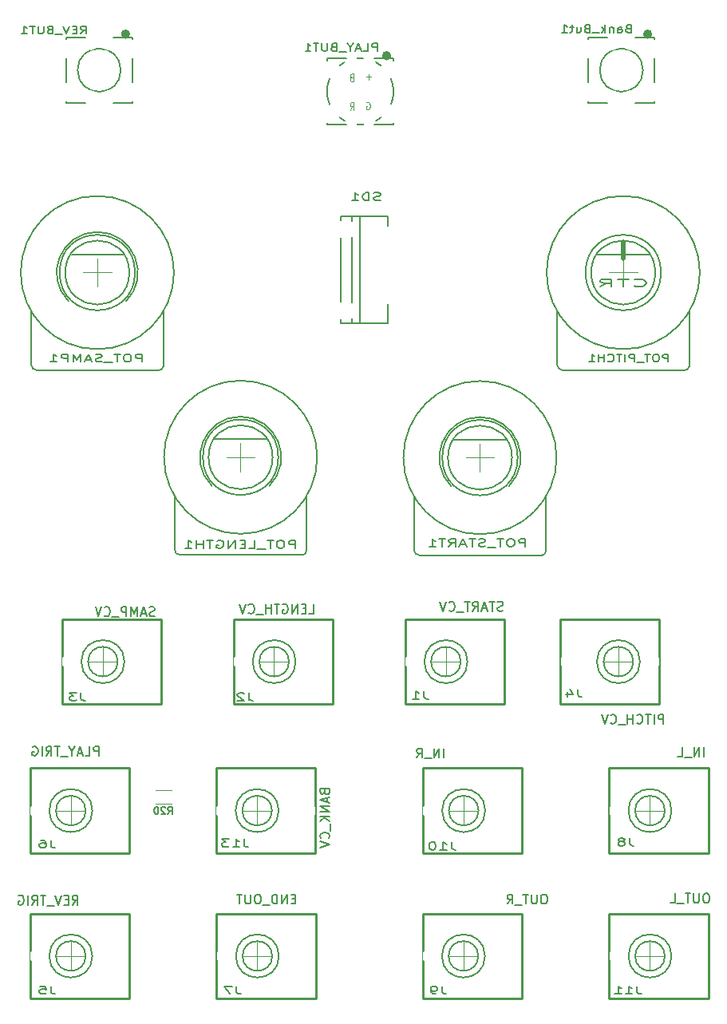
<source format=gbr>
G04 #@! TF.GenerationSoftware,KiCad,Pcbnew,7.0.1-0*
G04 #@! TF.CreationDate,2023-03-29T13:01:15-07:00*
G04 #@! TF.ProjectId,Kit-Trig-Sampler,4b69742d-5472-4696-972d-53616d706c65,rev?*
G04 #@! TF.SameCoordinates,PXb71b00PY73f50f0*
G04 #@! TF.FileFunction,Legend,Bot*
G04 #@! TF.FilePolarity,Positive*
%FSLAX46Y46*%
G04 Gerber Fmt 4.6, Leading zero omitted, Abs format (unit mm)*
G04 Created by KiCad (PCBNEW 7.0.1-0) date 2023-03-29 13:01:15*
%MOMM*%
%LPD*%
G01*
G04 APERTURE LIST*
%ADD10C,0.150000*%
%ADD11C,0.152400*%
%ADD12C,0.203200*%
%ADD13C,0.120000*%
%ADD14C,0.127000*%
%ADD15C,0.254000*%
%ADD16C,0.400000*%
%ADD17C,0.508000*%
%ADD18R,1.700000X1.700000*%
%ADD19O,1.700000X1.700000*%
%ADD20C,1.930400*%
%ADD21C,1.800000*%
%ADD22C,1.500000*%
%ADD23O,1.397000X1.092200*%
%ADD24O,1.524000X1.524000*%
%ADD25C,2.540000*%
%ADD26R,1.000000X1.000000*%
G04 APERTURE END LIST*
D10*
X8452381Y13342381D02*
X8785714Y13818572D01*
X9023809Y13342381D02*
X9023809Y14342381D01*
X9023809Y14342381D02*
X8642857Y14342381D01*
X8642857Y14342381D02*
X8547619Y14294762D01*
X8547619Y14294762D02*
X8500000Y14247143D01*
X8500000Y14247143D02*
X8452381Y14151905D01*
X8452381Y14151905D02*
X8452381Y14009048D01*
X8452381Y14009048D02*
X8500000Y13913810D01*
X8500000Y13913810D02*
X8547619Y13866191D01*
X8547619Y13866191D02*
X8642857Y13818572D01*
X8642857Y13818572D02*
X9023809Y13818572D01*
X8023809Y13866191D02*
X7690476Y13866191D01*
X7547619Y13342381D02*
X8023809Y13342381D01*
X8023809Y13342381D02*
X8023809Y14342381D01*
X8023809Y14342381D02*
X7547619Y14342381D01*
X7261904Y14342381D02*
X6928571Y13342381D01*
X6928571Y13342381D02*
X6595238Y14342381D01*
X6500000Y13247143D02*
X5738095Y13247143D01*
X5642856Y14342381D02*
X5071428Y14342381D01*
X5357142Y13342381D02*
X5357142Y14342381D01*
X4166666Y13342381D02*
X4499999Y13818572D01*
X4738094Y13342381D02*
X4738094Y14342381D01*
X4738094Y14342381D02*
X4357142Y14342381D01*
X4357142Y14342381D02*
X4261904Y14294762D01*
X4261904Y14294762D02*
X4214285Y14247143D01*
X4214285Y14247143D02*
X4166666Y14151905D01*
X4166666Y14151905D02*
X4166666Y14009048D01*
X4166666Y14009048D02*
X4214285Y13913810D01*
X4214285Y13913810D02*
X4261904Y13866191D01*
X4261904Y13866191D02*
X4357142Y13818572D01*
X4357142Y13818572D02*
X4738094Y13818572D01*
X3738094Y13342381D02*
X3738094Y14342381D01*
X2738095Y14294762D02*
X2833333Y14342381D01*
X2833333Y14342381D02*
X2976190Y14342381D01*
X2976190Y14342381D02*
X3119047Y14294762D01*
X3119047Y14294762D02*
X3214285Y14199524D01*
X3214285Y14199524D02*
X3261904Y14104286D01*
X3261904Y14104286D02*
X3309523Y13913810D01*
X3309523Y13913810D02*
X3309523Y13770953D01*
X3309523Y13770953D02*
X3261904Y13580477D01*
X3261904Y13580477D02*
X3214285Y13485239D01*
X3214285Y13485239D02*
X3119047Y13390000D01*
X3119047Y13390000D02*
X2976190Y13342381D01*
X2976190Y13342381D02*
X2880952Y13342381D01*
X2880952Y13342381D02*
X2738095Y13390000D01*
X2738095Y13390000D02*
X2690476Y13437620D01*
X2690476Y13437620D02*
X2690476Y13770953D01*
X2690476Y13770953D02*
X2880952Y13770953D01*
X75457142Y29042381D02*
X75457142Y30042381D01*
X74980952Y29042381D02*
X74980952Y30042381D01*
X74980952Y30042381D02*
X74409524Y29042381D01*
X74409524Y29042381D02*
X74409524Y30042381D01*
X74171429Y28947143D02*
X73409524Y28947143D01*
X72695238Y29042381D02*
X73171428Y29042381D01*
X73171428Y29042381D02*
X73171428Y30042381D01*
X32133333Y13966191D02*
X31800000Y13966191D01*
X31657143Y13442381D02*
X32133333Y13442381D01*
X32133333Y13442381D02*
X32133333Y14442381D01*
X32133333Y14442381D02*
X31657143Y14442381D01*
X31228571Y13442381D02*
X31228571Y14442381D01*
X31228571Y14442381D02*
X30657143Y13442381D01*
X30657143Y13442381D02*
X30657143Y14442381D01*
X30180952Y13442381D02*
X30180952Y14442381D01*
X30180952Y14442381D02*
X29942857Y14442381D01*
X29942857Y14442381D02*
X29800000Y14394762D01*
X29800000Y14394762D02*
X29704762Y14299524D01*
X29704762Y14299524D02*
X29657143Y14204286D01*
X29657143Y14204286D02*
X29609524Y14013810D01*
X29609524Y14013810D02*
X29609524Y13870953D01*
X29609524Y13870953D02*
X29657143Y13680477D01*
X29657143Y13680477D02*
X29704762Y13585239D01*
X29704762Y13585239D02*
X29800000Y13490000D01*
X29800000Y13490000D02*
X29942857Y13442381D01*
X29942857Y13442381D02*
X30180952Y13442381D01*
X29419048Y13347143D02*
X28657143Y13347143D01*
X28228571Y14442381D02*
X28038095Y14442381D01*
X28038095Y14442381D02*
X27942857Y14394762D01*
X27942857Y14394762D02*
X27847619Y14299524D01*
X27847619Y14299524D02*
X27800000Y14109048D01*
X27800000Y14109048D02*
X27800000Y13775715D01*
X27800000Y13775715D02*
X27847619Y13585239D01*
X27847619Y13585239D02*
X27942857Y13490000D01*
X27942857Y13490000D02*
X28038095Y13442381D01*
X28038095Y13442381D02*
X28228571Y13442381D01*
X28228571Y13442381D02*
X28323809Y13490000D01*
X28323809Y13490000D02*
X28419047Y13585239D01*
X28419047Y13585239D02*
X28466666Y13775715D01*
X28466666Y13775715D02*
X28466666Y14109048D01*
X28466666Y14109048D02*
X28419047Y14299524D01*
X28419047Y14299524D02*
X28323809Y14394762D01*
X28323809Y14394762D02*
X28228571Y14442381D01*
X27371428Y14442381D02*
X27371428Y13632858D01*
X27371428Y13632858D02*
X27323809Y13537620D01*
X27323809Y13537620D02*
X27276190Y13490000D01*
X27276190Y13490000D02*
X27180952Y13442381D01*
X27180952Y13442381D02*
X26990476Y13442381D01*
X26990476Y13442381D02*
X26895238Y13490000D01*
X26895238Y13490000D02*
X26847619Y13537620D01*
X26847619Y13537620D02*
X26800000Y13632858D01*
X26800000Y13632858D02*
X26800000Y14442381D01*
X26466666Y14442381D02*
X25895238Y14442381D01*
X26180952Y13442381D02*
X26180952Y14442381D01*
X35213809Y25302382D02*
X35261428Y25159525D01*
X35261428Y25159525D02*
X35309047Y25111906D01*
X35309047Y25111906D02*
X35404285Y25064287D01*
X35404285Y25064287D02*
X35547142Y25064287D01*
X35547142Y25064287D02*
X35642380Y25111906D01*
X35642380Y25111906D02*
X35690000Y25159525D01*
X35690000Y25159525D02*
X35737619Y25254763D01*
X35737619Y25254763D02*
X35737619Y25635715D01*
X35737619Y25635715D02*
X34737619Y25635715D01*
X34737619Y25635715D02*
X34737619Y25302382D01*
X34737619Y25302382D02*
X34785238Y25207144D01*
X34785238Y25207144D02*
X34832857Y25159525D01*
X34832857Y25159525D02*
X34928095Y25111906D01*
X34928095Y25111906D02*
X35023333Y25111906D01*
X35023333Y25111906D02*
X35118571Y25159525D01*
X35118571Y25159525D02*
X35166190Y25207144D01*
X35166190Y25207144D02*
X35213809Y25302382D01*
X35213809Y25302382D02*
X35213809Y25635715D01*
X35451904Y24683334D02*
X35451904Y24207144D01*
X35737619Y24778572D02*
X34737619Y24445239D01*
X34737619Y24445239D02*
X35737619Y24111906D01*
X35737619Y23778572D02*
X34737619Y23778572D01*
X34737619Y23778572D02*
X35737619Y23207144D01*
X35737619Y23207144D02*
X34737619Y23207144D01*
X35737619Y22730953D02*
X34737619Y22730953D01*
X35737619Y22159525D02*
X35166190Y22588096D01*
X34737619Y22159525D02*
X35309047Y22730953D01*
X35832857Y21969048D02*
X35832857Y21207144D01*
X35642380Y20397620D02*
X35690000Y20445239D01*
X35690000Y20445239D02*
X35737619Y20588096D01*
X35737619Y20588096D02*
X35737619Y20683334D01*
X35737619Y20683334D02*
X35690000Y20826191D01*
X35690000Y20826191D02*
X35594761Y20921429D01*
X35594761Y20921429D02*
X35499523Y20969048D01*
X35499523Y20969048D02*
X35309047Y21016667D01*
X35309047Y21016667D02*
X35166190Y21016667D01*
X35166190Y21016667D02*
X34975714Y20969048D01*
X34975714Y20969048D02*
X34880476Y20921429D01*
X34880476Y20921429D02*
X34785238Y20826191D01*
X34785238Y20826191D02*
X34737619Y20683334D01*
X34737619Y20683334D02*
X34737619Y20588096D01*
X34737619Y20588096D02*
X34785238Y20445239D01*
X34785238Y20445239D02*
X34832857Y20397620D01*
X34737619Y20111905D02*
X35737619Y19778572D01*
X35737619Y19778572D02*
X34737619Y19445239D01*
X75800000Y14542381D02*
X75609524Y14542381D01*
X75609524Y14542381D02*
X75514286Y14494762D01*
X75514286Y14494762D02*
X75419048Y14399524D01*
X75419048Y14399524D02*
X75371429Y14209048D01*
X75371429Y14209048D02*
X75371429Y13875715D01*
X75371429Y13875715D02*
X75419048Y13685239D01*
X75419048Y13685239D02*
X75514286Y13590000D01*
X75514286Y13590000D02*
X75609524Y13542381D01*
X75609524Y13542381D02*
X75800000Y13542381D01*
X75800000Y13542381D02*
X75895238Y13590000D01*
X75895238Y13590000D02*
X75990476Y13685239D01*
X75990476Y13685239D02*
X76038095Y13875715D01*
X76038095Y13875715D02*
X76038095Y14209048D01*
X76038095Y14209048D02*
X75990476Y14399524D01*
X75990476Y14399524D02*
X75895238Y14494762D01*
X75895238Y14494762D02*
X75800000Y14542381D01*
X74942857Y14542381D02*
X74942857Y13732858D01*
X74942857Y13732858D02*
X74895238Y13637620D01*
X74895238Y13637620D02*
X74847619Y13590000D01*
X74847619Y13590000D02*
X74752381Y13542381D01*
X74752381Y13542381D02*
X74561905Y13542381D01*
X74561905Y13542381D02*
X74466667Y13590000D01*
X74466667Y13590000D02*
X74419048Y13637620D01*
X74419048Y13637620D02*
X74371429Y13732858D01*
X74371429Y13732858D02*
X74371429Y14542381D01*
X74038095Y14542381D02*
X73466667Y14542381D01*
X73752381Y13542381D02*
X73752381Y14542381D01*
X73371429Y13447143D02*
X72609524Y13447143D01*
X71895238Y13542381D02*
X72371428Y13542381D01*
X72371428Y13542381D02*
X72371428Y14542381D01*
X54131905Y44540000D02*
X53989048Y44492381D01*
X53989048Y44492381D02*
X53750953Y44492381D01*
X53750953Y44492381D02*
X53655715Y44540000D01*
X53655715Y44540000D02*
X53608096Y44587620D01*
X53608096Y44587620D02*
X53560477Y44682858D01*
X53560477Y44682858D02*
X53560477Y44778096D01*
X53560477Y44778096D02*
X53608096Y44873334D01*
X53608096Y44873334D02*
X53655715Y44920953D01*
X53655715Y44920953D02*
X53750953Y44968572D01*
X53750953Y44968572D02*
X53941429Y45016191D01*
X53941429Y45016191D02*
X54036667Y45063810D01*
X54036667Y45063810D02*
X54084286Y45111429D01*
X54084286Y45111429D02*
X54131905Y45206667D01*
X54131905Y45206667D02*
X54131905Y45301905D01*
X54131905Y45301905D02*
X54084286Y45397143D01*
X54084286Y45397143D02*
X54036667Y45444762D01*
X54036667Y45444762D02*
X53941429Y45492381D01*
X53941429Y45492381D02*
X53703334Y45492381D01*
X53703334Y45492381D02*
X53560477Y45444762D01*
X53274762Y45492381D02*
X52703334Y45492381D01*
X52989048Y44492381D02*
X52989048Y45492381D01*
X52417619Y44778096D02*
X51941429Y44778096D01*
X52512857Y44492381D02*
X52179524Y45492381D01*
X52179524Y45492381D02*
X51846191Y44492381D01*
X50941429Y44492381D02*
X51274762Y44968572D01*
X51512857Y44492381D02*
X51512857Y45492381D01*
X51512857Y45492381D02*
X51131905Y45492381D01*
X51131905Y45492381D02*
X51036667Y45444762D01*
X51036667Y45444762D02*
X50989048Y45397143D01*
X50989048Y45397143D02*
X50941429Y45301905D01*
X50941429Y45301905D02*
X50941429Y45159048D01*
X50941429Y45159048D02*
X50989048Y45063810D01*
X50989048Y45063810D02*
X51036667Y45016191D01*
X51036667Y45016191D02*
X51131905Y44968572D01*
X51131905Y44968572D02*
X51512857Y44968572D01*
X50655714Y45492381D02*
X50084286Y45492381D01*
X50370000Y44492381D02*
X50370000Y45492381D01*
X49989048Y44397143D02*
X49227143Y44397143D01*
X48417619Y44587620D02*
X48465238Y44540000D01*
X48465238Y44540000D02*
X48608095Y44492381D01*
X48608095Y44492381D02*
X48703333Y44492381D01*
X48703333Y44492381D02*
X48846190Y44540000D01*
X48846190Y44540000D02*
X48941428Y44635239D01*
X48941428Y44635239D02*
X48989047Y44730477D01*
X48989047Y44730477D02*
X49036666Y44920953D01*
X49036666Y44920953D02*
X49036666Y45063810D01*
X49036666Y45063810D02*
X48989047Y45254286D01*
X48989047Y45254286D02*
X48941428Y45349524D01*
X48941428Y45349524D02*
X48846190Y45444762D01*
X48846190Y45444762D02*
X48703333Y45492381D01*
X48703333Y45492381D02*
X48608095Y45492381D01*
X48608095Y45492381D02*
X48465238Y45444762D01*
X48465238Y45444762D02*
X48417619Y45397143D01*
X48131904Y45492381D02*
X47798571Y44492381D01*
X47798571Y44492381D02*
X47465238Y45492381D01*
X58590476Y14442381D02*
X58400000Y14442381D01*
X58400000Y14442381D02*
X58304762Y14394762D01*
X58304762Y14394762D02*
X58209524Y14299524D01*
X58209524Y14299524D02*
X58161905Y14109048D01*
X58161905Y14109048D02*
X58161905Y13775715D01*
X58161905Y13775715D02*
X58209524Y13585239D01*
X58209524Y13585239D02*
X58304762Y13490000D01*
X58304762Y13490000D02*
X58400000Y13442381D01*
X58400000Y13442381D02*
X58590476Y13442381D01*
X58590476Y13442381D02*
X58685714Y13490000D01*
X58685714Y13490000D02*
X58780952Y13585239D01*
X58780952Y13585239D02*
X58828571Y13775715D01*
X58828571Y13775715D02*
X58828571Y14109048D01*
X58828571Y14109048D02*
X58780952Y14299524D01*
X58780952Y14299524D02*
X58685714Y14394762D01*
X58685714Y14394762D02*
X58590476Y14442381D01*
X57733333Y14442381D02*
X57733333Y13632858D01*
X57733333Y13632858D02*
X57685714Y13537620D01*
X57685714Y13537620D02*
X57638095Y13490000D01*
X57638095Y13490000D02*
X57542857Y13442381D01*
X57542857Y13442381D02*
X57352381Y13442381D01*
X57352381Y13442381D02*
X57257143Y13490000D01*
X57257143Y13490000D02*
X57209524Y13537620D01*
X57209524Y13537620D02*
X57161905Y13632858D01*
X57161905Y13632858D02*
X57161905Y14442381D01*
X56828571Y14442381D02*
X56257143Y14442381D01*
X56542857Y13442381D02*
X56542857Y14442381D01*
X56161905Y13347143D02*
X55400000Y13347143D01*
X54590476Y13442381D02*
X54923809Y13918572D01*
X55161904Y13442381D02*
X55161904Y14442381D01*
X55161904Y14442381D02*
X54780952Y14442381D01*
X54780952Y14442381D02*
X54685714Y14394762D01*
X54685714Y14394762D02*
X54638095Y14347143D01*
X54638095Y14347143D02*
X54590476Y14251905D01*
X54590476Y14251905D02*
X54590476Y14109048D01*
X54590476Y14109048D02*
X54638095Y14013810D01*
X54638095Y14013810D02*
X54685714Y13966191D01*
X54685714Y13966191D02*
X54780952Y13918572D01*
X54780952Y13918572D02*
X55161904Y13918572D01*
X33576191Y44242381D02*
X34052381Y44242381D01*
X34052381Y44242381D02*
X34052381Y45242381D01*
X33242857Y44766191D02*
X32909524Y44766191D01*
X32766667Y44242381D02*
X33242857Y44242381D01*
X33242857Y44242381D02*
X33242857Y45242381D01*
X33242857Y45242381D02*
X32766667Y45242381D01*
X32338095Y44242381D02*
X32338095Y45242381D01*
X32338095Y45242381D02*
X31766667Y44242381D01*
X31766667Y44242381D02*
X31766667Y45242381D01*
X30766667Y45194762D02*
X30861905Y45242381D01*
X30861905Y45242381D02*
X31004762Y45242381D01*
X31004762Y45242381D02*
X31147619Y45194762D01*
X31147619Y45194762D02*
X31242857Y45099524D01*
X31242857Y45099524D02*
X31290476Y45004286D01*
X31290476Y45004286D02*
X31338095Y44813810D01*
X31338095Y44813810D02*
X31338095Y44670953D01*
X31338095Y44670953D02*
X31290476Y44480477D01*
X31290476Y44480477D02*
X31242857Y44385239D01*
X31242857Y44385239D02*
X31147619Y44290000D01*
X31147619Y44290000D02*
X31004762Y44242381D01*
X31004762Y44242381D02*
X30909524Y44242381D01*
X30909524Y44242381D02*
X30766667Y44290000D01*
X30766667Y44290000D02*
X30719048Y44337620D01*
X30719048Y44337620D02*
X30719048Y44670953D01*
X30719048Y44670953D02*
X30909524Y44670953D01*
X30433333Y45242381D02*
X29861905Y45242381D01*
X30147619Y44242381D02*
X30147619Y45242381D01*
X29528571Y44242381D02*
X29528571Y45242381D01*
X29528571Y44766191D02*
X28957143Y44766191D01*
X28957143Y44242381D02*
X28957143Y45242381D01*
X28719048Y44147143D02*
X27957143Y44147143D01*
X27147619Y44337620D02*
X27195238Y44290000D01*
X27195238Y44290000D02*
X27338095Y44242381D01*
X27338095Y44242381D02*
X27433333Y44242381D01*
X27433333Y44242381D02*
X27576190Y44290000D01*
X27576190Y44290000D02*
X27671428Y44385239D01*
X27671428Y44385239D02*
X27719047Y44480477D01*
X27719047Y44480477D02*
X27766666Y44670953D01*
X27766666Y44670953D02*
X27766666Y44813810D01*
X27766666Y44813810D02*
X27719047Y45004286D01*
X27719047Y45004286D02*
X27671428Y45099524D01*
X27671428Y45099524D02*
X27576190Y45194762D01*
X27576190Y45194762D02*
X27433333Y45242381D01*
X27433333Y45242381D02*
X27338095Y45242381D01*
X27338095Y45242381D02*
X27195238Y45194762D01*
X27195238Y45194762D02*
X27147619Y45147143D01*
X26861904Y45242381D02*
X26528571Y44242381D01*
X26528571Y44242381D02*
X26195238Y45242381D01*
X47847618Y28942381D02*
X47847618Y29942381D01*
X47371428Y28942381D02*
X47371428Y29942381D01*
X47371428Y29942381D02*
X46800000Y28942381D01*
X46800000Y28942381D02*
X46800000Y29942381D01*
X46561905Y28847143D02*
X45800000Y28847143D01*
X44990476Y28942381D02*
X45323809Y29418572D01*
X45561904Y28942381D02*
X45561904Y29942381D01*
X45561904Y29942381D02*
X45180952Y29942381D01*
X45180952Y29942381D02*
X45085714Y29894762D01*
X45085714Y29894762D02*
X45038095Y29847143D01*
X45038095Y29847143D02*
X44990476Y29751905D01*
X44990476Y29751905D02*
X44990476Y29609048D01*
X44990476Y29609048D02*
X45038095Y29513810D01*
X45038095Y29513810D02*
X45085714Y29466191D01*
X45085714Y29466191D02*
X45180952Y29418572D01*
X45180952Y29418572D02*
X45561904Y29418572D01*
X17180952Y43990000D02*
X17038095Y43942381D01*
X17038095Y43942381D02*
X16800000Y43942381D01*
X16800000Y43942381D02*
X16704762Y43990000D01*
X16704762Y43990000D02*
X16657143Y44037620D01*
X16657143Y44037620D02*
X16609524Y44132858D01*
X16609524Y44132858D02*
X16609524Y44228096D01*
X16609524Y44228096D02*
X16657143Y44323334D01*
X16657143Y44323334D02*
X16704762Y44370953D01*
X16704762Y44370953D02*
X16800000Y44418572D01*
X16800000Y44418572D02*
X16990476Y44466191D01*
X16990476Y44466191D02*
X17085714Y44513810D01*
X17085714Y44513810D02*
X17133333Y44561429D01*
X17133333Y44561429D02*
X17180952Y44656667D01*
X17180952Y44656667D02*
X17180952Y44751905D01*
X17180952Y44751905D02*
X17133333Y44847143D01*
X17133333Y44847143D02*
X17085714Y44894762D01*
X17085714Y44894762D02*
X16990476Y44942381D01*
X16990476Y44942381D02*
X16752381Y44942381D01*
X16752381Y44942381D02*
X16609524Y44894762D01*
X16228571Y44228096D02*
X15752381Y44228096D01*
X16323809Y43942381D02*
X15990476Y44942381D01*
X15990476Y44942381D02*
X15657143Y43942381D01*
X15323809Y43942381D02*
X15323809Y44942381D01*
X15323809Y44942381D02*
X14990476Y44228096D01*
X14990476Y44228096D02*
X14657143Y44942381D01*
X14657143Y44942381D02*
X14657143Y43942381D01*
X14180952Y43942381D02*
X14180952Y44942381D01*
X14180952Y44942381D02*
X13800000Y44942381D01*
X13800000Y44942381D02*
X13704762Y44894762D01*
X13704762Y44894762D02*
X13657143Y44847143D01*
X13657143Y44847143D02*
X13609524Y44751905D01*
X13609524Y44751905D02*
X13609524Y44609048D01*
X13609524Y44609048D02*
X13657143Y44513810D01*
X13657143Y44513810D02*
X13704762Y44466191D01*
X13704762Y44466191D02*
X13800000Y44418572D01*
X13800000Y44418572D02*
X14180952Y44418572D01*
X13419048Y43847143D02*
X12657143Y43847143D01*
X11847619Y44037620D02*
X11895238Y43990000D01*
X11895238Y43990000D02*
X12038095Y43942381D01*
X12038095Y43942381D02*
X12133333Y43942381D01*
X12133333Y43942381D02*
X12276190Y43990000D01*
X12276190Y43990000D02*
X12371428Y44085239D01*
X12371428Y44085239D02*
X12419047Y44180477D01*
X12419047Y44180477D02*
X12466666Y44370953D01*
X12466666Y44370953D02*
X12466666Y44513810D01*
X12466666Y44513810D02*
X12419047Y44704286D01*
X12419047Y44704286D02*
X12371428Y44799524D01*
X12371428Y44799524D02*
X12276190Y44894762D01*
X12276190Y44894762D02*
X12133333Y44942381D01*
X12133333Y44942381D02*
X12038095Y44942381D01*
X12038095Y44942381D02*
X11895238Y44894762D01*
X11895238Y44894762D02*
X11847619Y44847143D01*
X11561904Y44942381D02*
X11228571Y43942381D01*
X11228571Y43942381D02*
X10895238Y44942381D01*
X11285714Y29142381D02*
X11285714Y30142381D01*
X11285714Y30142381D02*
X10904762Y30142381D01*
X10904762Y30142381D02*
X10809524Y30094762D01*
X10809524Y30094762D02*
X10761905Y30047143D01*
X10761905Y30047143D02*
X10714286Y29951905D01*
X10714286Y29951905D02*
X10714286Y29809048D01*
X10714286Y29809048D02*
X10761905Y29713810D01*
X10761905Y29713810D02*
X10809524Y29666191D01*
X10809524Y29666191D02*
X10904762Y29618572D01*
X10904762Y29618572D02*
X11285714Y29618572D01*
X9809524Y29142381D02*
X10285714Y29142381D01*
X10285714Y29142381D02*
X10285714Y30142381D01*
X9523809Y29428096D02*
X9047619Y29428096D01*
X9619047Y29142381D02*
X9285714Y30142381D01*
X9285714Y30142381D02*
X8952381Y29142381D01*
X8428571Y29618572D02*
X8428571Y29142381D01*
X8761904Y30142381D02*
X8428571Y29618572D01*
X8428571Y29618572D02*
X8095238Y30142381D01*
X8000000Y29047143D02*
X7238095Y29047143D01*
X7142856Y30142381D02*
X6571428Y30142381D01*
X6857142Y29142381D02*
X6857142Y30142381D01*
X5666666Y29142381D02*
X5999999Y29618572D01*
X6238094Y29142381D02*
X6238094Y30142381D01*
X6238094Y30142381D02*
X5857142Y30142381D01*
X5857142Y30142381D02*
X5761904Y30094762D01*
X5761904Y30094762D02*
X5714285Y30047143D01*
X5714285Y30047143D02*
X5666666Y29951905D01*
X5666666Y29951905D02*
X5666666Y29809048D01*
X5666666Y29809048D02*
X5714285Y29713810D01*
X5714285Y29713810D02*
X5761904Y29666191D01*
X5761904Y29666191D02*
X5857142Y29618572D01*
X5857142Y29618572D02*
X6238094Y29618572D01*
X5238094Y29142381D02*
X5238094Y30142381D01*
X4238095Y30094762D02*
X4333333Y30142381D01*
X4333333Y30142381D02*
X4476190Y30142381D01*
X4476190Y30142381D02*
X4619047Y30094762D01*
X4619047Y30094762D02*
X4714285Y29999524D01*
X4714285Y29999524D02*
X4761904Y29904286D01*
X4761904Y29904286D02*
X4809523Y29713810D01*
X4809523Y29713810D02*
X4809523Y29570953D01*
X4809523Y29570953D02*
X4761904Y29380477D01*
X4761904Y29380477D02*
X4714285Y29285239D01*
X4714285Y29285239D02*
X4619047Y29190000D01*
X4619047Y29190000D02*
X4476190Y29142381D01*
X4476190Y29142381D02*
X4380952Y29142381D01*
X4380952Y29142381D02*
X4238095Y29190000D01*
X4238095Y29190000D02*
X4190476Y29237620D01*
X4190476Y29237620D02*
X4190476Y29570953D01*
X4190476Y29570953D02*
X4380952Y29570953D01*
X71166666Y32542381D02*
X71166666Y33542381D01*
X71166666Y33542381D02*
X70785714Y33542381D01*
X70785714Y33542381D02*
X70690476Y33494762D01*
X70690476Y33494762D02*
X70642857Y33447143D01*
X70642857Y33447143D02*
X70595238Y33351905D01*
X70595238Y33351905D02*
X70595238Y33209048D01*
X70595238Y33209048D02*
X70642857Y33113810D01*
X70642857Y33113810D02*
X70690476Y33066191D01*
X70690476Y33066191D02*
X70785714Y33018572D01*
X70785714Y33018572D02*
X71166666Y33018572D01*
X70166666Y32542381D02*
X70166666Y33542381D01*
X69833333Y33542381D02*
X69261905Y33542381D01*
X69547619Y32542381D02*
X69547619Y33542381D01*
X68357143Y32637620D02*
X68404762Y32590000D01*
X68404762Y32590000D02*
X68547619Y32542381D01*
X68547619Y32542381D02*
X68642857Y32542381D01*
X68642857Y32542381D02*
X68785714Y32590000D01*
X68785714Y32590000D02*
X68880952Y32685239D01*
X68880952Y32685239D02*
X68928571Y32780477D01*
X68928571Y32780477D02*
X68976190Y32970953D01*
X68976190Y32970953D02*
X68976190Y33113810D01*
X68976190Y33113810D02*
X68928571Y33304286D01*
X68928571Y33304286D02*
X68880952Y33399524D01*
X68880952Y33399524D02*
X68785714Y33494762D01*
X68785714Y33494762D02*
X68642857Y33542381D01*
X68642857Y33542381D02*
X68547619Y33542381D01*
X68547619Y33542381D02*
X68404762Y33494762D01*
X68404762Y33494762D02*
X68357143Y33447143D01*
X67928571Y32542381D02*
X67928571Y33542381D01*
X67928571Y33066191D02*
X67357143Y33066191D01*
X67357143Y32542381D02*
X67357143Y33542381D01*
X67119048Y32447143D02*
X66357143Y32447143D01*
X65547619Y32637620D02*
X65595238Y32590000D01*
X65595238Y32590000D02*
X65738095Y32542381D01*
X65738095Y32542381D02*
X65833333Y32542381D01*
X65833333Y32542381D02*
X65976190Y32590000D01*
X65976190Y32590000D02*
X66071428Y32685239D01*
X66071428Y32685239D02*
X66119047Y32780477D01*
X66119047Y32780477D02*
X66166666Y32970953D01*
X66166666Y32970953D02*
X66166666Y33113810D01*
X66166666Y33113810D02*
X66119047Y33304286D01*
X66119047Y33304286D02*
X66071428Y33399524D01*
X66071428Y33399524D02*
X65976190Y33494762D01*
X65976190Y33494762D02*
X65833333Y33542381D01*
X65833333Y33542381D02*
X65738095Y33542381D01*
X65738095Y33542381D02*
X65595238Y33494762D01*
X65595238Y33494762D02*
X65547619Y33447143D01*
X65261904Y33542381D02*
X64928571Y32542381D01*
X64928571Y32542381D02*
X64595238Y33542381D01*
D11*
G04 #@! TO.C,J10*
X48668023Y20002272D02*
X48668023Y19421700D01*
X48668023Y19421700D02*
X48725476Y19305586D01*
X48725476Y19305586D02*
X48840380Y19228176D01*
X48840380Y19228176D02*
X49012738Y19189472D01*
X49012738Y19189472D02*
X49127642Y19189472D01*
X47461523Y19189472D02*
X48150952Y19189472D01*
X47806238Y19189472D02*
X47806238Y20002272D01*
X47806238Y20002272D02*
X47921142Y19886157D01*
X47921142Y19886157D02*
X48036047Y19808748D01*
X48036047Y19808748D02*
X48150952Y19770043D01*
X46714642Y20002272D02*
X46599737Y20002272D01*
X46599737Y20002272D02*
X46484833Y19963567D01*
X46484833Y19963567D02*
X46427380Y19924862D01*
X46427380Y19924862D02*
X46369928Y19847453D01*
X46369928Y19847453D02*
X46312475Y19692634D01*
X46312475Y19692634D02*
X46312475Y19499110D01*
X46312475Y19499110D02*
X46369928Y19344291D01*
X46369928Y19344291D02*
X46427380Y19266881D01*
X46427380Y19266881D02*
X46484833Y19228176D01*
X46484833Y19228176D02*
X46599737Y19189472D01*
X46599737Y19189472D02*
X46714642Y19189472D01*
X46714642Y19189472D02*
X46829547Y19228176D01*
X46829547Y19228176D02*
X46886999Y19266881D01*
X46886999Y19266881D02*
X46944452Y19344291D01*
X46944452Y19344291D02*
X47001904Y19499110D01*
X47001904Y19499110D02*
X47001904Y19692634D01*
X47001904Y19692634D02*
X46944452Y19847453D01*
X46944452Y19847453D02*
X46886999Y19924862D01*
X46886999Y19924862D02*
X46829547Y19963567D01*
X46829547Y19963567D02*
X46714642Y20002272D01*
D10*
G04 #@! TO.C,Bank_But1*
X67433333Y106309736D02*
X67290476Y106271031D01*
X67290476Y106271031D02*
X67242857Y106232327D01*
X67242857Y106232327D02*
X67195238Y106154917D01*
X67195238Y106154917D02*
X67195238Y106038803D01*
X67195238Y106038803D02*
X67242857Y105961393D01*
X67242857Y105961393D02*
X67290476Y105922688D01*
X67290476Y105922688D02*
X67385714Y105883984D01*
X67385714Y105883984D02*
X67766666Y105883984D01*
X67766666Y105883984D02*
X67766666Y106696784D01*
X67766666Y106696784D02*
X67433333Y106696784D01*
X67433333Y106696784D02*
X67338095Y106658079D01*
X67338095Y106658079D02*
X67290476Y106619374D01*
X67290476Y106619374D02*
X67242857Y106541965D01*
X67242857Y106541965D02*
X67242857Y106464555D01*
X67242857Y106464555D02*
X67290476Y106387146D01*
X67290476Y106387146D02*
X67338095Y106348441D01*
X67338095Y106348441D02*
X67433333Y106309736D01*
X67433333Y106309736D02*
X67766666Y106309736D01*
X66338095Y105883984D02*
X66338095Y106309736D01*
X66338095Y106309736D02*
X66385714Y106387146D01*
X66385714Y106387146D02*
X66480952Y106425850D01*
X66480952Y106425850D02*
X66671428Y106425850D01*
X66671428Y106425850D02*
X66766666Y106387146D01*
X66338095Y105922688D02*
X66433333Y105883984D01*
X66433333Y105883984D02*
X66671428Y105883984D01*
X66671428Y105883984D02*
X66766666Y105922688D01*
X66766666Y105922688D02*
X66814285Y106000098D01*
X66814285Y106000098D02*
X66814285Y106077508D01*
X66814285Y106077508D02*
X66766666Y106154917D01*
X66766666Y106154917D02*
X66671428Y106193622D01*
X66671428Y106193622D02*
X66433333Y106193622D01*
X66433333Y106193622D02*
X66338095Y106232327D01*
X65861904Y106425850D02*
X65861904Y105883984D01*
X65861904Y106348441D02*
X65814285Y106387146D01*
X65814285Y106387146D02*
X65719047Y106425850D01*
X65719047Y106425850D02*
X65576190Y106425850D01*
X65576190Y106425850D02*
X65480952Y106387146D01*
X65480952Y106387146D02*
X65433333Y106309736D01*
X65433333Y106309736D02*
X65433333Y105883984D01*
X64957142Y105883984D02*
X64957142Y106696784D01*
X64861904Y106193622D02*
X64576190Y105883984D01*
X64576190Y106425850D02*
X64957142Y106116212D01*
X64385714Y105806574D02*
X63623809Y105806574D01*
X63052380Y106309736D02*
X62909523Y106271031D01*
X62909523Y106271031D02*
X62861904Y106232327D01*
X62861904Y106232327D02*
X62814285Y106154917D01*
X62814285Y106154917D02*
X62814285Y106038803D01*
X62814285Y106038803D02*
X62861904Y105961393D01*
X62861904Y105961393D02*
X62909523Y105922688D01*
X62909523Y105922688D02*
X63004761Y105883984D01*
X63004761Y105883984D02*
X63385713Y105883984D01*
X63385713Y105883984D02*
X63385713Y106696784D01*
X63385713Y106696784D02*
X63052380Y106696784D01*
X63052380Y106696784D02*
X62957142Y106658079D01*
X62957142Y106658079D02*
X62909523Y106619374D01*
X62909523Y106619374D02*
X62861904Y106541965D01*
X62861904Y106541965D02*
X62861904Y106464555D01*
X62861904Y106464555D02*
X62909523Y106387146D01*
X62909523Y106387146D02*
X62957142Y106348441D01*
X62957142Y106348441D02*
X63052380Y106309736D01*
X63052380Y106309736D02*
X63385713Y106309736D01*
X61957142Y106425850D02*
X61957142Y105883984D01*
X62385713Y106425850D02*
X62385713Y106000098D01*
X62385713Y106000098D02*
X62338094Y105922688D01*
X62338094Y105922688D02*
X62242856Y105883984D01*
X62242856Y105883984D02*
X62099999Y105883984D01*
X62099999Y105883984D02*
X62004761Y105922688D01*
X62004761Y105922688D02*
X61957142Y105961393D01*
X61623808Y106425850D02*
X61242856Y106425850D01*
X61480951Y106696784D02*
X61480951Y106000098D01*
X61480951Y106000098D02*
X61433332Y105922688D01*
X61433332Y105922688D02*
X61338094Y105883984D01*
X61338094Y105883984D02*
X61242856Y105883984D01*
X60385713Y105883984D02*
X60957141Y105883984D01*
X60671427Y105883984D02*
X60671427Y106696784D01*
X60671427Y106696784D02*
X60766665Y106580669D01*
X60766665Y106580669D02*
X60861903Y106503260D01*
X60861903Y106503260D02*
X60957141Y106464555D01*
G04 #@! TO.C,SD1*
X41124285Y88105452D02*
X40952857Y88066748D01*
X40952857Y88066748D02*
X40667142Y88066748D01*
X40667142Y88066748D02*
X40552857Y88105452D01*
X40552857Y88105452D02*
X40495714Y88144157D01*
X40495714Y88144157D02*
X40438571Y88221567D01*
X40438571Y88221567D02*
X40438571Y88298976D01*
X40438571Y88298976D02*
X40495714Y88376386D01*
X40495714Y88376386D02*
X40552857Y88415091D01*
X40552857Y88415091D02*
X40667142Y88453795D01*
X40667142Y88453795D02*
X40895714Y88492500D01*
X40895714Y88492500D02*
X41009999Y88531205D01*
X41009999Y88531205D02*
X41067142Y88569910D01*
X41067142Y88569910D02*
X41124285Y88647319D01*
X41124285Y88647319D02*
X41124285Y88724729D01*
X41124285Y88724729D02*
X41067142Y88802138D01*
X41067142Y88802138D02*
X41009999Y88840843D01*
X41009999Y88840843D02*
X40895714Y88879548D01*
X40895714Y88879548D02*
X40609999Y88879548D01*
X40609999Y88879548D02*
X40438571Y88840843D01*
X39924285Y88066748D02*
X39924285Y88879548D01*
X39924285Y88879548D02*
X39638571Y88879548D01*
X39638571Y88879548D02*
X39467142Y88840843D01*
X39467142Y88840843D02*
X39352857Y88763433D01*
X39352857Y88763433D02*
X39295714Y88686024D01*
X39295714Y88686024D02*
X39238571Y88531205D01*
X39238571Y88531205D02*
X39238571Y88415091D01*
X39238571Y88415091D02*
X39295714Y88260272D01*
X39295714Y88260272D02*
X39352857Y88182862D01*
X39352857Y88182862D02*
X39467142Y88105452D01*
X39467142Y88105452D02*
X39638571Y88066748D01*
X39638571Y88066748D02*
X39924285Y88066748D01*
X38095714Y88066748D02*
X38781428Y88066748D01*
X38438571Y88066748D02*
X38438571Y88879548D01*
X38438571Y88879548D02*
X38552857Y88763433D01*
X38552857Y88763433D02*
X38667142Y88686024D01*
X38667142Y88686024D02*
X38781428Y88647319D01*
D11*
G04 #@! TO.C,POT_LENGTH1*
X32092641Y51182815D02*
X32092641Y51995615D01*
X32092641Y51995615D02*
X31633022Y51995615D01*
X31633022Y51995615D02*
X31518117Y51956910D01*
X31518117Y51956910D02*
X31460664Y51918205D01*
X31460664Y51918205D02*
X31403212Y51840796D01*
X31403212Y51840796D02*
X31403212Y51724681D01*
X31403212Y51724681D02*
X31460664Y51647272D01*
X31460664Y51647272D02*
X31518117Y51608567D01*
X31518117Y51608567D02*
X31633022Y51569862D01*
X31633022Y51569862D02*
X32092641Y51569862D01*
X30656331Y51995615D02*
X30426522Y51995615D01*
X30426522Y51995615D02*
X30311617Y51956910D01*
X30311617Y51956910D02*
X30196712Y51879500D01*
X30196712Y51879500D02*
X30139260Y51724681D01*
X30139260Y51724681D02*
X30139260Y51453748D01*
X30139260Y51453748D02*
X30196712Y51298929D01*
X30196712Y51298929D02*
X30311617Y51221519D01*
X30311617Y51221519D02*
X30426522Y51182815D01*
X30426522Y51182815D02*
X30656331Y51182815D01*
X30656331Y51182815D02*
X30771236Y51221519D01*
X30771236Y51221519D02*
X30886141Y51298929D01*
X30886141Y51298929D02*
X30943593Y51453748D01*
X30943593Y51453748D02*
X30943593Y51724681D01*
X30943593Y51724681D02*
X30886141Y51879500D01*
X30886141Y51879500D02*
X30771236Y51956910D01*
X30771236Y51956910D02*
X30656331Y51995615D01*
X29794546Y51995615D02*
X29105117Y51995615D01*
X29449831Y51182815D02*
X29449831Y51995615D01*
X28990213Y51105405D02*
X28070974Y51105405D01*
X27209189Y51182815D02*
X27783713Y51182815D01*
X27783713Y51182815D02*
X27783713Y51995615D01*
X26807023Y51608567D02*
X26404856Y51608567D01*
X26232499Y51182815D02*
X26807023Y51182815D01*
X26807023Y51182815D02*
X26807023Y51995615D01*
X26807023Y51995615D02*
X26232499Y51995615D01*
X25715428Y51182815D02*
X25715428Y51995615D01*
X25715428Y51995615D02*
X25025999Y51182815D01*
X25025999Y51182815D02*
X25025999Y51995615D01*
X23819499Y51956910D02*
X23934404Y51995615D01*
X23934404Y51995615D02*
X24106761Y51995615D01*
X24106761Y51995615D02*
X24279118Y51956910D01*
X24279118Y51956910D02*
X24394023Y51879500D01*
X24394023Y51879500D02*
X24451476Y51802091D01*
X24451476Y51802091D02*
X24508928Y51647272D01*
X24508928Y51647272D02*
X24508928Y51531158D01*
X24508928Y51531158D02*
X24451476Y51376339D01*
X24451476Y51376339D02*
X24394023Y51298929D01*
X24394023Y51298929D02*
X24279118Y51221519D01*
X24279118Y51221519D02*
X24106761Y51182815D01*
X24106761Y51182815D02*
X23991857Y51182815D01*
X23991857Y51182815D02*
X23819499Y51221519D01*
X23819499Y51221519D02*
X23762047Y51260224D01*
X23762047Y51260224D02*
X23762047Y51531158D01*
X23762047Y51531158D02*
X23991857Y51531158D01*
X23417333Y51995615D02*
X22727904Y51995615D01*
X23072618Y51182815D02*
X23072618Y51995615D01*
X22325738Y51182815D02*
X22325738Y51995615D01*
X22325738Y51608567D02*
X21636309Y51608567D01*
X21636309Y51182815D02*
X21636309Y51995615D01*
X20429809Y51182815D02*
X21119238Y51182815D01*
X20774524Y51182815D02*
X20774524Y51995615D01*
X20774524Y51995615D02*
X20889428Y51879500D01*
X20889428Y51879500D02*
X21004333Y51802091D01*
X21004333Y51802091D02*
X21119238Y51763386D01*
G04 #@! TO.C,J2*
X27168023Y35802272D02*
X27168023Y35221700D01*
X27168023Y35221700D02*
X27225476Y35105586D01*
X27225476Y35105586D02*
X27340380Y35028176D01*
X27340380Y35028176D02*
X27512738Y34989472D01*
X27512738Y34989472D02*
X27627642Y34989472D01*
X26650952Y35724862D02*
X26593500Y35763567D01*
X26593500Y35763567D02*
X26478595Y35802272D01*
X26478595Y35802272D02*
X26191333Y35802272D01*
X26191333Y35802272D02*
X26076428Y35763567D01*
X26076428Y35763567D02*
X26018976Y35724862D01*
X26018976Y35724862D02*
X25961523Y35647453D01*
X25961523Y35647453D02*
X25961523Y35570043D01*
X25961523Y35570043D02*
X26018976Y35453929D01*
X26018976Y35453929D02*
X26708404Y34989472D01*
X26708404Y34989472D02*
X25961523Y34989472D01*
D10*
G04 #@! TO.C,POT_PITCH1*
X71663428Y70938496D02*
X71663428Y71751296D01*
X71663428Y71751296D02*
X71282476Y71751296D01*
X71282476Y71751296D02*
X71187238Y71712591D01*
X71187238Y71712591D02*
X71139619Y71673886D01*
X71139619Y71673886D02*
X71092000Y71596477D01*
X71092000Y71596477D02*
X71092000Y71480362D01*
X71092000Y71480362D02*
X71139619Y71402953D01*
X71139619Y71402953D02*
X71187238Y71364248D01*
X71187238Y71364248D02*
X71282476Y71325543D01*
X71282476Y71325543D02*
X71663428Y71325543D01*
X70472952Y71751296D02*
X70282476Y71751296D01*
X70282476Y71751296D02*
X70187238Y71712591D01*
X70187238Y71712591D02*
X70092000Y71635181D01*
X70092000Y71635181D02*
X70044381Y71480362D01*
X70044381Y71480362D02*
X70044381Y71209429D01*
X70044381Y71209429D02*
X70092000Y71054610D01*
X70092000Y71054610D02*
X70187238Y70977200D01*
X70187238Y70977200D02*
X70282476Y70938496D01*
X70282476Y70938496D02*
X70472952Y70938496D01*
X70472952Y70938496D02*
X70568190Y70977200D01*
X70568190Y70977200D02*
X70663428Y71054610D01*
X70663428Y71054610D02*
X70711047Y71209429D01*
X70711047Y71209429D02*
X70711047Y71480362D01*
X70711047Y71480362D02*
X70663428Y71635181D01*
X70663428Y71635181D02*
X70568190Y71712591D01*
X70568190Y71712591D02*
X70472952Y71751296D01*
X69758666Y71751296D02*
X69187238Y71751296D01*
X69472952Y70938496D02*
X69472952Y71751296D01*
X69092000Y70861086D02*
X68330095Y70861086D01*
X68091999Y70938496D02*
X68091999Y71751296D01*
X68091999Y71751296D02*
X67711047Y71751296D01*
X67711047Y71751296D02*
X67615809Y71712591D01*
X67615809Y71712591D02*
X67568190Y71673886D01*
X67568190Y71673886D02*
X67520571Y71596477D01*
X67520571Y71596477D02*
X67520571Y71480362D01*
X67520571Y71480362D02*
X67568190Y71402953D01*
X67568190Y71402953D02*
X67615809Y71364248D01*
X67615809Y71364248D02*
X67711047Y71325543D01*
X67711047Y71325543D02*
X68091999Y71325543D01*
X67091999Y70938496D02*
X67091999Y71751296D01*
X66758666Y71751296D02*
X66187238Y71751296D01*
X66472952Y70938496D02*
X66472952Y71751296D01*
X65282476Y71015905D02*
X65330095Y70977200D01*
X65330095Y70977200D02*
X65472952Y70938496D01*
X65472952Y70938496D02*
X65568190Y70938496D01*
X65568190Y70938496D02*
X65711047Y70977200D01*
X65711047Y70977200D02*
X65806285Y71054610D01*
X65806285Y71054610D02*
X65853904Y71132020D01*
X65853904Y71132020D02*
X65901523Y71286839D01*
X65901523Y71286839D02*
X65901523Y71402953D01*
X65901523Y71402953D02*
X65853904Y71557772D01*
X65853904Y71557772D02*
X65806285Y71635181D01*
X65806285Y71635181D02*
X65711047Y71712591D01*
X65711047Y71712591D02*
X65568190Y71751296D01*
X65568190Y71751296D02*
X65472952Y71751296D01*
X65472952Y71751296D02*
X65330095Y71712591D01*
X65330095Y71712591D02*
X65282476Y71673886D01*
X64853904Y70938496D02*
X64853904Y71751296D01*
X64853904Y71364248D02*
X64282476Y71364248D01*
X64282476Y70938496D02*
X64282476Y71751296D01*
X63282476Y70938496D02*
X63853904Y70938496D01*
X63568190Y70938496D02*
X63568190Y71751296D01*
X63568190Y71751296D02*
X63663428Y71635181D01*
X63663428Y71635181D02*
X63758666Y71557772D01*
X63758666Y71557772D02*
X63853904Y71519067D01*
D12*
X68061142Y78991557D02*
X68157904Y78952852D01*
X68157904Y78952852D02*
X68448190Y78914148D01*
X68448190Y78914148D02*
X68641714Y78914148D01*
X68641714Y78914148D02*
X68931999Y78952852D01*
X68931999Y78952852D02*
X69125523Y79030262D01*
X69125523Y79030262D02*
X69222285Y79107672D01*
X69222285Y79107672D02*
X69319047Y79262491D01*
X69319047Y79262491D02*
X69319047Y79378605D01*
X69319047Y79378605D02*
X69222285Y79533424D01*
X69222285Y79533424D02*
X69125523Y79610833D01*
X69125523Y79610833D02*
X68931999Y79688243D01*
X68931999Y79688243D02*
X68641714Y79726948D01*
X68641714Y79726948D02*
X68448190Y79726948D01*
X68448190Y79726948D02*
X68157904Y79688243D01*
X68157904Y79688243D02*
X68061142Y79649538D01*
X67480571Y79726948D02*
X66319428Y79726948D01*
X66899999Y78914148D02*
X66899999Y79726948D01*
X64480952Y78914148D02*
X65158285Y79301195D01*
X65642095Y78914148D02*
X65642095Y79726948D01*
X65642095Y79726948D02*
X64868000Y79726948D01*
X64868000Y79726948D02*
X64674476Y79688243D01*
X64674476Y79688243D02*
X64577714Y79649538D01*
X64577714Y79649538D02*
X64480952Y79572129D01*
X64480952Y79572129D02*
X64480952Y79456014D01*
X64480952Y79456014D02*
X64577714Y79378605D01*
X64577714Y79378605D02*
X64674476Y79339900D01*
X64674476Y79339900D02*
X64868000Y79301195D01*
X64868000Y79301195D02*
X65642095Y79301195D01*
D11*
G04 #@! TO.C,J7*
X25868023Y4702272D02*
X25868023Y4121700D01*
X25868023Y4121700D02*
X25925476Y4005586D01*
X25925476Y4005586D02*
X26040380Y3928176D01*
X26040380Y3928176D02*
X26212738Y3889472D01*
X26212738Y3889472D02*
X26327642Y3889472D01*
X25408404Y4702272D02*
X24604071Y4702272D01*
X24604071Y4702272D02*
X25121142Y3889472D01*
G04 #@! TO.C,J6*
X6168023Y20202272D02*
X6168023Y19621700D01*
X6168023Y19621700D02*
X6225476Y19505586D01*
X6225476Y19505586D02*
X6340380Y19428176D01*
X6340380Y19428176D02*
X6512738Y19389472D01*
X6512738Y19389472D02*
X6627642Y19389472D01*
X5076428Y20202272D02*
X5306238Y20202272D01*
X5306238Y20202272D02*
X5421142Y20163567D01*
X5421142Y20163567D02*
X5478595Y20124862D01*
X5478595Y20124862D02*
X5593500Y20008748D01*
X5593500Y20008748D02*
X5650952Y19853929D01*
X5650952Y19853929D02*
X5650952Y19544291D01*
X5650952Y19544291D02*
X5593500Y19466881D01*
X5593500Y19466881D02*
X5536047Y19428176D01*
X5536047Y19428176D02*
X5421142Y19389472D01*
X5421142Y19389472D02*
X5191333Y19389472D01*
X5191333Y19389472D02*
X5076428Y19428176D01*
X5076428Y19428176D02*
X5018976Y19466881D01*
X5018976Y19466881D02*
X4961523Y19544291D01*
X4961523Y19544291D02*
X4961523Y19737815D01*
X4961523Y19737815D02*
X5018976Y19815224D01*
X5018976Y19815224D02*
X5076428Y19853929D01*
X5076428Y19853929D02*
X5191333Y19892634D01*
X5191333Y19892634D02*
X5421142Y19892634D01*
X5421142Y19892634D02*
X5536047Y19853929D01*
X5536047Y19853929D02*
X5593500Y19815224D01*
X5593500Y19815224D02*
X5650952Y19737815D01*
G04 #@! TO.C,J4*
X62068023Y36202272D02*
X62068023Y35621700D01*
X62068023Y35621700D02*
X62125476Y35505586D01*
X62125476Y35505586D02*
X62240380Y35428176D01*
X62240380Y35428176D02*
X62412738Y35389472D01*
X62412738Y35389472D02*
X62527642Y35389472D01*
X60976428Y35931338D02*
X60976428Y35389472D01*
X61263690Y36240976D02*
X61550952Y35660405D01*
X61550952Y35660405D02*
X60804071Y35660405D01*
D10*
G04 #@! TO.C,REV_BUT1*
X9353333Y105753984D02*
X9686666Y106141031D01*
X9924761Y105753984D02*
X9924761Y106566784D01*
X9924761Y106566784D02*
X9543809Y106566784D01*
X9543809Y106566784D02*
X9448571Y106528079D01*
X9448571Y106528079D02*
X9400952Y106489374D01*
X9400952Y106489374D02*
X9353333Y106411965D01*
X9353333Y106411965D02*
X9353333Y106295850D01*
X9353333Y106295850D02*
X9400952Y106218441D01*
X9400952Y106218441D02*
X9448571Y106179736D01*
X9448571Y106179736D02*
X9543809Y106141031D01*
X9543809Y106141031D02*
X9924761Y106141031D01*
X8924761Y106179736D02*
X8591428Y106179736D01*
X8448571Y105753984D02*
X8924761Y105753984D01*
X8924761Y105753984D02*
X8924761Y106566784D01*
X8924761Y106566784D02*
X8448571Y106566784D01*
X8162856Y106566784D02*
X7829523Y105753984D01*
X7829523Y105753984D02*
X7496190Y106566784D01*
X7400952Y105676574D02*
X6639047Y105676574D01*
X6067618Y106179736D02*
X5924761Y106141031D01*
X5924761Y106141031D02*
X5877142Y106102327D01*
X5877142Y106102327D02*
X5829523Y106024917D01*
X5829523Y106024917D02*
X5829523Y105908803D01*
X5829523Y105908803D02*
X5877142Y105831393D01*
X5877142Y105831393D02*
X5924761Y105792688D01*
X5924761Y105792688D02*
X6019999Y105753984D01*
X6019999Y105753984D02*
X6400951Y105753984D01*
X6400951Y105753984D02*
X6400951Y106566784D01*
X6400951Y106566784D02*
X6067618Y106566784D01*
X6067618Y106566784D02*
X5972380Y106528079D01*
X5972380Y106528079D02*
X5924761Y106489374D01*
X5924761Y106489374D02*
X5877142Y106411965D01*
X5877142Y106411965D02*
X5877142Y106334555D01*
X5877142Y106334555D02*
X5924761Y106257146D01*
X5924761Y106257146D02*
X5972380Y106218441D01*
X5972380Y106218441D02*
X6067618Y106179736D01*
X6067618Y106179736D02*
X6400951Y106179736D01*
X5400951Y106566784D02*
X5400951Y105908803D01*
X5400951Y105908803D02*
X5353332Y105831393D01*
X5353332Y105831393D02*
X5305713Y105792688D01*
X5305713Y105792688D02*
X5210475Y105753984D01*
X5210475Y105753984D02*
X5019999Y105753984D01*
X5019999Y105753984D02*
X4924761Y105792688D01*
X4924761Y105792688D02*
X4877142Y105831393D01*
X4877142Y105831393D02*
X4829523Y105908803D01*
X4829523Y105908803D02*
X4829523Y106566784D01*
X4496189Y106566784D02*
X3924761Y106566784D01*
X4210475Y105753984D02*
X4210475Y106566784D01*
X3067618Y105753984D02*
X3639046Y105753984D01*
X3353332Y105753984D02*
X3353332Y106566784D01*
X3353332Y106566784D02*
X3448570Y106450669D01*
X3448570Y106450669D02*
X3543808Y106373260D01*
X3543808Y106373260D02*
X3639046Y106334555D01*
D11*
G04 #@! TO.C,J5*
X6168023Y4702272D02*
X6168023Y4121700D01*
X6168023Y4121700D02*
X6225476Y4005586D01*
X6225476Y4005586D02*
X6340380Y3928176D01*
X6340380Y3928176D02*
X6512738Y3889472D01*
X6512738Y3889472D02*
X6627642Y3889472D01*
X5018976Y4702272D02*
X5593500Y4702272D01*
X5593500Y4702272D02*
X5650952Y4315224D01*
X5650952Y4315224D02*
X5593500Y4353929D01*
X5593500Y4353929D02*
X5478595Y4392634D01*
X5478595Y4392634D02*
X5191333Y4392634D01*
X5191333Y4392634D02*
X5076428Y4353929D01*
X5076428Y4353929D02*
X5018976Y4315224D01*
X5018976Y4315224D02*
X4961523Y4237815D01*
X4961523Y4237815D02*
X4961523Y4044291D01*
X4961523Y4044291D02*
X5018976Y3966881D01*
X5018976Y3966881D02*
X5076428Y3928176D01*
X5076428Y3928176D02*
X5191333Y3889472D01*
X5191333Y3889472D02*
X5478595Y3889472D01*
X5478595Y3889472D02*
X5593500Y3928176D01*
X5593500Y3928176D02*
X5650952Y3966881D01*
G04 #@! TO.C,J9*
X47668023Y4702272D02*
X47668023Y4121700D01*
X47668023Y4121700D02*
X47725476Y4005586D01*
X47725476Y4005586D02*
X47840380Y3928176D01*
X47840380Y3928176D02*
X48012738Y3889472D01*
X48012738Y3889472D02*
X48127642Y3889472D01*
X47036047Y3889472D02*
X46806238Y3889472D01*
X46806238Y3889472D02*
X46691333Y3928176D01*
X46691333Y3928176D02*
X46633881Y3966881D01*
X46633881Y3966881D02*
X46518976Y4082996D01*
X46518976Y4082996D02*
X46461523Y4237815D01*
X46461523Y4237815D02*
X46461523Y4547453D01*
X46461523Y4547453D02*
X46518976Y4624862D01*
X46518976Y4624862D02*
X46576428Y4663567D01*
X46576428Y4663567D02*
X46691333Y4702272D01*
X46691333Y4702272D02*
X46921142Y4702272D01*
X46921142Y4702272D02*
X47036047Y4663567D01*
X47036047Y4663567D02*
X47093500Y4624862D01*
X47093500Y4624862D02*
X47150952Y4547453D01*
X47150952Y4547453D02*
X47150952Y4353929D01*
X47150952Y4353929D02*
X47093500Y4276519D01*
X47093500Y4276519D02*
X47036047Y4237815D01*
X47036047Y4237815D02*
X46921142Y4199110D01*
X46921142Y4199110D02*
X46691333Y4199110D01*
X46691333Y4199110D02*
X46576428Y4237815D01*
X46576428Y4237815D02*
X46518976Y4276519D01*
X46518976Y4276519D02*
X46461523Y4353929D01*
G04 #@! TO.C,J8*
X67568023Y20402272D02*
X67568023Y19821700D01*
X67568023Y19821700D02*
X67625476Y19705586D01*
X67625476Y19705586D02*
X67740380Y19628176D01*
X67740380Y19628176D02*
X67912738Y19589472D01*
X67912738Y19589472D02*
X68027642Y19589472D01*
X66821142Y20053929D02*
X66936047Y20092634D01*
X66936047Y20092634D02*
X66993500Y20131338D01*
X66993500Y20131338D02*
X67050952Y20208748D01*
X67050952Y20208748D02*
X67050952Y20247453D01*
X67050952Y20247453D02*
X66993500Y20324862D01*
X66993500Y20324862D02*
X66936047Y20363567D01*
X66936047Y20363567D02*
X66821142Y20402272D01*
X66821142Y20402272D02*
X66591333Y20402272D01*
X66591333Y20402272D02*
X66476428Y20363567D01*
X66476428Y20363567D02*
X66418976Y20324862D01*
X66418976Y20324862D02*
X66361523Y20247453D01*
X66361523Y20247453D02*
X66361523Y20208748D01*
X66361523Y20208748D02*
X66418976Y20131338D01*
X66418976Y20131338D02*
X66476428Y20092634D01*
X66476428Y20092634D02*
X66591333Y20053929D01*
X66591333Y20053929D02*
X66821142Y20053929D01*
X66821142Y20053929D02*
X66936047Y20015224D01*
X66936047Y20015224D02*
X66993500Y19976519D01*
X66993500Y19976519D02*
X67050952Y19899110D01*
X67050952Y19899110D02*
X67050952Y19744291D01*
X67050952Y19744291D02*
X66993500Y19666881D01*
X66993500Y19666881D02*
X66936047Y19628176D01*
X66936047Y19628176D02*
X66821142Y19589472D01*
X66821142Y19589472D02*
X66591333Y19589472D01*
X66591333Y19589472D02*
X66476428Y19628176D01*
X66476428Y19628176D02*
X66418976Y19666881D01*
X66418976Y19666881D02*
X66361523Y19744291D01*
X66361523Y19744291D02*
X66361523Y19899110D01*
X66361523Y19899110D02*
X66418976Y19976519D01*
X66418976Y19976519D02*
X66476428Y20015224D01*
X66476428Y20015224D02*
X66591333Y20053929D01*
G04 #@! TO.C,J1*
X45768023Y36002272D02*
X45768023Y35421700D01*
X45768023Y35421700D02*
X45825476Y35305586D01*
X45825476Y35305586D02*
X45940380Y35228176D01*
X45940380Y35228176D02*
X46112738Y35189472D01*
X46112738Y35189472D02*
X46227642Y35189472D01*
X44561523Y35189472D02*
X45250952Y35189472D01*
X44906238Y35189472D02*
X44906238Y36002272D01*
X44906238Y36002272D02*
X45021142Y35886157D01*
X45021142Y35886157D02*
X45136047Y35808748D01*
X45136047Y35808748D02*
X45250952Y35770043D01*
G04 #@! TO.C,J11*
X68368023Y4702272D02*
X68368023Y4121700D01*
X68368023Y4121700D02*
X68425476Y4005586D01*
X68425476Y4005586D02*
X68540380Y3928176D01*
X68540380Y3928176D02*
X68712738Y3889472D01*
X68712738Y3889472D02*
X68827642Y3889472D01*
X67161523Y3889472D02*
X67850952Y3889472D01*
X67506238Y3889472D02*
X67506238Y4702272D01*
X67506238Y4702272D02*
X67621142Y4586157D01*
X67621142Y4586157D02*
X67736047Y4508748D01*
X67736047Y4508748D02*
X67850952Y4470043D01*
X66012475Y3889472D02*
X66701904Y3889472D01*
X66357190Y3889472D02*
X66357190Y4702272D01*
X66357190Y4702272D02*
X66472094Y4586157D01*
X66472094Y4586157D02*
X66586999Y4508748D01*
X66586999Y4508748D02*
X66701904Y4470043D01*
D10*
G04 #@! TO.C,R20*
X18589856Y22933984D02*
X18843856Y23321031D01*
X19025285Y22933984D02*
X19025285Y23746784D01*
X19025285Y23746784D02*
X18734999Y23746784D01*
X18734999Y23746784D02*
X18662428Y23708079D01*
X18662428Y23708079D02*
X18626142Y23669374D01*
X18626142Y23669374D02*
X18589856Y23591965D01*
X18589856Y23591965D02*
X18589856Y23475850D01*
X18589856Y23475850D02*
X18626142Y23398441D01*
X18626142Y23398441D02*
X18662428Y23359736D01*
X18662428Y23359736D02*
X18734999Y23321031D01*
X18734999Y23321031D02*
X19025285Y23321031D01*
X18299571Y23669374D02*
X18263285Y23708079D01*
X18263285Y23708079D02*
X18190714Y23746784D01*
X18190714Y23746784D02*
X18009285Y23746784D01*
X18009285Y23746784D02*
X17936714Y23708079D01*
X17936714Y23708079D02*
X17900428Y23669374D01*
X17900428Y23669374D02*
X17864142Y23591965D01*
X17864142Y23591965D02*
X17864142Y23514555D01*
X17864142Y23514555D02*
X17900428Y23398441D01*
X17900428Y23398441D02*
X18335856Y22933984D01*
X18335856Y22933984D02*
X17864142Y22933984D01*
X17392428Y23746784D02*
X17319857Y23746784D01*
X17319857Y23746784D02*
X17247285Y23708079D01*
X17247285Y23708079D02*
X17211000Y23669374D01*
X17211000Y23669374D02*
X17174714Y23591965D01*
X17174714Y23591965D02*
X17138428Y23437146D01*
X17138428Y23437146D02*
X17138428Y23243622D01*
X17138428Y23243622D02*
X17174714Y23088803D01*
X17174714Y23088803D02*
X17211000Y23011393D01*
X17211000Y23011393D02*
X17247285Y22972688D01*
X17247285Y22972688D02*
X17319857Y22933984D01*
X17319857Y22933984D02*
X17392428Y22933984D01*
X17392428Y22933984D02*
X17465000Y22972688D01*
X17465000Y22972688D02*
X17501285Y23011393D01*
X17501285Y23011393D02*
X17537571Y23088803D01*
X17537571Y23088803D02*
X17573857Y23243622D01*
X17573857Y23243622D02*
X17573857Y23437146D01*
X17573857Y23437146D02*
X17537571Y23591965D01*
X17537571Y23591965D02*
X17501285Y23669374D01*
X17501285Y23669374D02*
X17465000Y23708079D01*
X17465000Y23708079D02*
X17392428Y23746784D01*
D11*
G04 #@! TO.C,J13*
X26668023Y20302272D02*
X26668023Y19721700D01*
X26668023Y19721700D02*
X26725476Y19605586D01*
X26725476Y19605586D02*
X26840380Y19528176D01*
X26840380Y19528176D02*
X27012738Y19489472D01*
X27012738Y19489472D02*
X27127642Y19489472D01*
X25461523Y19489472D02*
X26150952Y19489472D01*
X25806238Y19489472D02*
X25806238Y20302272D01*
X25806238Y20302272D02*
X25921142Y20186157D01*
X25921142Y20186157D02*
X26036047Y20108748D01*
X26036047Y20108748D02*
X26150952Y20070043D01*
X25059356Y20302272D02*
X24312475Y20302272D01*
X24312475Y20302272D02*
X24714642Y19992634D01*
X24714642Y19992634D02*
X24542285Y19992634D01*
X24542285Y19992634D02*
X24427380Y19953929D01*
X24427380Y19953929D02*
X24369928Y19915224D01*
X24369928Y19915224D02*
X24312475Y19837815D01*
X24312475Y19837815D02*
X24312475Y19644291D01*
X24312475Y19644291D02*
X24369928Y19566881D01*
X24369928Y19566881D02*
X24427380Y19528176D01*
X24427380Y19528176D02*
X24542285Y19489472D01*
X24542285Y19489472D02*
X24886999Y19489472D01*
X24886999Y19489472D02*
X25001904Y19528176D01*
X25001904Y19528176D02*
X25059356Y19566881D01*
G04 #@! TO.C,POT_START1*
X56498881Y51338496D02*
X56498881Y52151296D01*
X56498881Y52151296D02*
X56039262Y52151296D01*
X56039262Y52151296D02*
X55924357Y52112591D01*
X55924357Y52112591D02*
X55866904Y52073886D01*
X55866904Y52073886D02*
X55809452Y51996477D01*
X55809452Y51996477D02*
X55809452Y51880362D01*
X55809452Y51880362D02*
X55866904Y51802953D01*
X55866904Y51802953D02*
X55924357Y51764248D01*
X55924357Y51764248D02*
X56039262Y51725543D01*
X56039262Y51725543D02*
X56498881Y51725543D01*
X55062571Y52151296D02*
X54832762Y52151296D01*
X54832762Y52151296D02*
X54717857Y52112591D01*
X54717857Y52112591D02*
X54602952Y52035181D01*
X54602952Y52035181D02*
X54545500Y51880362D01*
X54545500Y51880362D02*
X54545500Y51609429D01*
X54545500Y51609429D02*
X54602952Y51454610D01*
X54602952Y51454610D02*
X54717857Y51377200D01*
X54717857Y51377200D02*
X54832762Y51338496D01*
X54832762Y51338496D02*
X55062571Y51338496D01*
X55062571Y51338496D02*
X55177476Y51377200D01*
X55177476Y51377200D02*
X55292381Y51454610D01*
X55292381Y51454610D02*
X55349833Y51609429D01*
X55349833Y51609429D02*
X55349833Y51880362D01*
X55349833Y51880362D02*
X55292381Y52035181D01*
X55292381Y52035181D02*
X55177476Y52112591D01*
X55177476Y52112591D02*
X55062571Y52151296D01*
X54200786Y52151296D02*
X53511357Y52151296D01*
X53856071Y51338496D02*
X53856071Y52151296D01*
X53396453Y51261086D02*
X52477214Y51261086D01*
X52247405Y51377200D02*
X52075048Y51338496D01*
X52075048Y51338496D02*
X51787786Y51338496D01*
X51787786Y51338496D02*
X51672881Y51377200D01*
X51672881Y51377200D02*
X51615429Y51415905D01*
X51615429Y51415905D02*
X51557976Y51493315D01*
X51557976Y51493315D02*
X51557976Y51570724D01*
X51557976Y51570724D02*
X51615429Y51648134D01*
X51615429Y51648134D02*
X51672881Y51686839D01*
X51672881Y51686839D02*
X51787786Y51725543D01*
X51787786Y51725543D02*
X52017595Y51764248D01*
X52017595Y51764248D02*
X52132500Y51802953D01*
X52132500Y51802953D02*
X52189953Y51841658D01*
X52189953Y51841658D02*
X52247405Y51919067D01*
X52247405Y51919067D02*
X52247405Y51996477D01*
X52247405Y51996477D02*
X52189953Y52073886D01*
X52189953Y52073886D02*
X52132500Y52112591D01*
X52132500Y52112591D02*
X52017595Y52151296D01*
X52017595Y52151296D02*
X51730334Y52151296D01*
X51730334Y52151296D02*
X51557976Y52112591D01*
X51213262Y52151296D02*
X50523833Y52151296D01*
X50868547Y51338496D02*
X50868547Y52151296D01*
X50179119Y51570724D02*
X49604595Y51570724D01*
X50294024Y51338496D02*
X49891857Y52151296D01*
X49891857Y52151296D02*
X49489690Y51338496D01*
X48398095Y51338496D02*
X48800262Y51725543D01*
X49087524Y51338496D02*
X49087524Y52151296D01*
X49087524Y52151296D02*
X48627905Y52151296D01*
X48627905Y52151296D02*
X48513000Y52112591D01*
X48513000Y52112591D02*
X48455547Y52073886D01*
X48455547Y52073886D02*
X48398095Y51996477D01*
X48398095Y51996477D02*
X48398095Y51880362D01*
X48398095Y51880362D02*
X48455547Y51802953D01*
X48455547Y51802953D02*
X48513000Y51764248D01*
X48513000Y51764248D02*
X48627905Y51725543D01*
X48627905Y51725543D02*
X49087524Y51725543D01*
X48053381Y52151296D02*
X47363952Y52151296D01*
X47708666Y51338496D02*
X47708666Y52151296D01*
X46329809Y51338496D02*
X47019238Y51338496D01*
X46674524Y51338496D02*
X46674524Y52151296D01*
X46674524Y52151296D02*
X46789428Y52035181D01*
X46789428Y52035181D02*
X46904333Y51957772D01*
X46904333Y51957772D02*
X47019238Y51919067D01*
D10*
G04 #@! TO.C,PLAY_BUT1*
X40785714Y103913984D02*
X40785714Y104726784D01*
X40785714Y104726784D02*
X40404762Y104726784D01*
X40404762Y104726784D02*
X40309524Y104688079D01*
X40309524Y104688079D02*
X40261905Y104649374D01*
X40261905Y104649374D02*
X40214286Y104571965D01*
X40214286Y104571965D02*
X40214286Y104455850D01*
X40214286Y104455850D02*
X40261905Y104378441D01*
X40261905Y104378441D02*
X40309524Y104339736D01*
X40309524Y104339736D02*
X40404762Y104301031D01*
X40404762Y104301031D02*
X40785714Y104301031D01*
X39309524Y103913984D02*
X39785714Y103913984D01*
X39785714Y103913984D02*
X39785714Y104726784D01*
X39023809Y104146212D02*
X38547619Y104146212D01*
X39119047Y103913984D02*
X38785714Y104726784D01*
X38785714Y104726784D02*
X38452381Y103913984D01*
X37928571Y104301031D02*
X37928571Y103913984D01*
X38261904Y104726784D02*
X37928571Y104301031D01*
X37928571Y104301031D02*
X37595238Y104726784D01*
X37500000Y103836574D02*
X36738095Y103836574D01*
X36166666Y104339736D02*
X36023809Y104301031D01*
X36023809Y104301031D02*
X35976190Y104262327D01*
X35976190Y104262327D02*
X35928571Y104184917D01*
X35928571Y104184917D02*
X35928571Y104068803D01*
X35928571Y104068803D02*
X35976190Y103991393D01*
X35976190Y103991393D02*
X36023809Y103952688D01*
X36023809Y103952688D02*
X36119047Y103913984D01*
X36119047Y103913984D02*
X36499999Y103913984D01*
X36499999Y103913984D02*
X36499999Y104726784D01*
X36499999Y104726784D02*
X36166666Y104726784D01*
X36166666Y104726784D02*
X36071428Y104688079D01*
X36071428Y104688079D02*
X36023809Y104649374D01*
X36023809Y104649374D02*
X35976190Y104571965D01*
X35976190Y104571965D02*
X35976190Y104494555D01*
X35976190Y104494555D02*
X36023809Y104417146D01*
X36023809Y104417146D02*
X36071428Y104378441D01*
X36071428Y104378441D02*
X36166666Y104339736D01*
X36166666Y104339736D02*
X36499999Y104339736D01*
X35499999Y104726784D02*
X35499999Y104068803D01*
X35499999Y104068803D02*
X35452380Y103991393D01*
X35452380Y103991393D02*
X35404761Y103952688D01*
X35404761Y103952688D02*
X35309523Y103913984D01*
X35309523Y103913984D02*
X35119047Y103913984D01*
X35119047Y103913984D02*
X35023809Y103952688D01*
X35023809Y103952688D02*
X34976190Y103991393D01*
X34976190Y103991393D02*
X34928571Y104068803D01*
X34928571Y104068803D02*
X34928571Y104726784D01*
X34595237Y104726784D02*
X34023809Y104726784D01*
X34309523Y103913984D02*
X34309523Y104726784D01*
X33166666Y103913984D02*
X33738094Y103913984D01*
X33452380Y103913984D02*
X33452380Y104726784D01*
X33452380Y104726784D02*
X33547618Y104610669D01*
X33547618Y104610669D02*
X33642856Y104533260D01*
X33642856Y104533260D02*
X33738094Y104494555D01*
D13*
X38078571Y101132500D02*
X37985714Y101093795D01*
X37985714Y101093795D02*
X37954761Y101055091D01*
X37954761Y101055091D02*
X37923809Y100977681D01*
X37923809Y100977681D02*
X37923809Y100861567D01*
X37923809Y100861567D02*
X37954761Y100784157D01*
X37954761Y100784157D02*
X37985714Y100745452D01*
X37985714Y100745452D02*
X38047619Y100706748D01*
X38047619Y100706748D02*
X38295238Y100706748D01*
X38295238Y100706748D02*
X38295238Y101519548D01*
X38295238Y101519548D02*
X38078571Y101519548D01*
X38078571Y101519548D02*
X38016666Y101480843D01*
X38016666Y101480843D02*
X37985714Y101442138D01*
X37985714Y101442138D02*
X37954761Y101364729D01*
X37954761Y101364729D02*
X37954761Y101287319D01*
X37954761Y101287319D02*
X37985714Y101209910D01*
X37985714Y101209910D02*
X38016666Y101171205D01*
X38016666Y101171205D02*
X38078571Y101132500D01*
X38078571Y101132500D02*
X38295238Y101132500D01*
X37923809Y97656748D02*
X38140476Y98043795D01*
X38295238Y97656748D02*
X38295238Y98469548D01*
X38295238Y98469548D02*
X38047619Y98469548D01*
X38047619Y98469548D02*
X37985714Y98430843D01*
X37985714Y98430843D02*
X37954761Y98392138D01*
X37954761Y98392138D02*
X37923809Y98314729D01*
X37923809Y98314729D02*
X37923809Y98198614D01*
X37923809Y98198614D02*
X37954761Y98121205D01*
X37954761Y98121205D02*
X37985714Y98082500D01*
X37985714Y98082500D02*
X38047619Y98043795D01*
X38047619Y98043795D02*
X38295238Y98043795D01*
X39654761Y98455843D02*
X39716666Y98494548D01*
X39716666Y98494548D02*
X39809523Y98494548D01*
X39809523Y98494548D02*
X39902380Y98455843D01*
X39902380Y98455843D02*
X39964285Y98378433D01*
X39964285Y98378433D02*
X39995238Y98301024D01*
X39995238Y98301024D02*
X40026190Y98146205D01*
X40026190Y98146205D02*
X40026190Y98030091D01*
X40026190Y98030091D02*
X39995238Y97875272D01*
X39995238Y97875272D02*
X39964285Y97797862D01*
X39964285Y97797862D02*
X39902380Y97720452D01*
X39902380Y97720452D02*
X39809523Y97681748D01*
X39809523Y97681748D02*
X39747619Y97681748D01*
X39747619Y97681748D02*
X39654761Y97720452D01*
X39654761Y97720452D02*
X39623809Y97759157D01*
X39623809Y97759157D02*
X39623809Y98030091D01*
X39623809Y98030091D02*
X39747619Y98030091D01*
X40122619Y101166386D02*
X39627381Y101166386D01*
X39875000Y100856748D02*
X39875000Y101476024D01*
D11*
G04 #@! TO.C,POT_SAMP1*
X15839262Y70944696D02*
X15839262Y71757496D01*
X15839262Y71757496D02*
X15379643Y71757496D01*
X15379643Y71757496D02*
X15264738Y71718791D01*
X15264738Y71718791D02*
X15207285Y71680086D01*
X15207285Y71680086D02*
X15149833Y71602677D01*
X15149833Y71602677D02*
X15149833Y71486562D01*
X15149833Y71486562D02*
X15207285Y71409153D01*
X15207285Y71409153D02*
X15264738Y71370448D01*
X15264738Y71370448D02*
X15379643Y71331743D01*
X15379643Y71331743D02*
X15839262Y71331743D01*
X14402952Y71757496D02*
X14173143Y71757496D01*
X14173143Y71757496D02*
X14058238Y71718791D01*
X14058238Y71718791D02*
X13943333Y71641381D01*
X13943333Y71641381D02*
X13885881Y71486562D01*
X13885881Y71486562D02*
X13885881Y71215629D01*
X13885881Y71215629D02*
X13943333Y71060810D01*
X13943333Y71060810D02*
X14058238Y70983400D01*
X14058238Y70983400D02*
X14173143Y70944696D01*
X14173143Y70944696D02*
X14402952Y70944696D01*
X14402952Y70944696D02*
X14517857Y70983400D01*
X14517857Y70983400D02*
X14632762Y71060810D01*
X14632762Y71060810D02*
X14690214Y71215629D01*
X14690214Y71215629D02*
X14690214Y71486562D01*
X14690214Y71486562D02*
X14632762Y71641381D01*
X14632762Y71641381D02*
X14517857Y71718791D01*
X14517857Y71718791D02*
X14402952Y71757496D01*
X13541167Y71757496D02*
X12851738Y71757496D01*
X13196452Y70944696D02*
X13196452Y71757496D01*
X12736834Y70867286D02*
X11817595Y70867286D01*
X11587786Y70983400D02*
X11415429Y70944696D01*
X11415429Y70944696D02*
X11128167Y70944696D01*
X11128167Y70944696D02*
X11013262Y70983400D01*
X11013262Y70983400D02*
X10955810Y71022105D01*
X10955810Y71022105D02*
X10898357Y71099515D01*
X10898357Y71099515D02*
X10898357Y71176924D01*
X10898357Y71176924D02*
X10955810Y71254334D01*
X10955810Y71254334D02*
X11013262Y71293039D01*
X11013262Y71293039D02*
X11128167Y71331743D01*
X11128167Y71331743D02*
X11357976Y71370448D01*
X11357976Y71370448D02*
X11472881Y71409153D01*
X11472881Y71409153D02*
X11530334Y71447858D01*
X11530334Y71447858D02*
X11587786Y71525267D01*
X11587786Y71525267D02*
X11587786Y71602677D01*
X11587786Y71602677D02*
X11530334Y71680086D01*
X11530334Y71680086D02*
X11472881Y71718791D01*
X11472881Y71718791D02*
X11357976Y71757496D01*
X11357976Y71757496D02*
X11070715Y71757496D01*
X11070715Y71757496D02*
X10898357Y71718791D01*
X10438738Y71176924D02*
X9864214Y71176924D01*
X10553643Y70944696D02*
X10151476Y71757496D01*
X10151476Y71757496D02*
X9749309Y70944696D01*
X9347143Y70944696D02*
X9347143Y71757496D01*
X9347143Y71757496D02*
X8944976Y71176924D01*
X8944976Y71176924D02*
X8542809Y71757496D01*
X8542809Y71757496D02*
X8542809Y70944696D01*
X7968286Y70944696D02*
X7968286Y71757496D01*
X7968286Y71757496D02*
X7508667Y71757496D01*
X7508667Y71757496D02*
X7393762Y71718791D01*
X7393762Y71718791D02*
X7336309Y71680086D01*
X7336309Y71680086D02*
X7278857Y71602677D01*
X7278857Y71602677D02*
X7278857Y71486562D01*
X7278857Y71486562D02*
X7336309Y71409153D01*
X7336309Y71409153D02*
X7393762Y71370448D01*
X7393762Y71370448D02*
X7508667Y71331743D01*
X7508667Y71331743D02*
X7968286Y71331743D01*
X6129809Y70944696D02*
X6819238Y70944696D01*
X6474524Y70944696D02*
X6474524Y71757496D01*
X6474524Y71757496D02*
X6589428Y71641381D01*
X6589428Y71641381D02*
X6704333Y71563972D01*
X6704333Y71563972D02*
X6819238Y71525267D01*
G04 #@! TO.C,J3*
X9368023Y35802272D02*
X9368023Y35221700D01*
X9368023Y35221700D02*
X9425476Y35105586D01*
X9425476Y35105586D02*
X9540380Y35028176D01*
X9540380Y35028176D02*
X9712738Y34989472D01*
X9712738Y34989472D02*
X9827642Y34989472D01*
X8908404Y35802272D02*
X8161523Y35802272D01*
X8161523Y35802272D02*
X8563690Y35492634D01*
X8563690Y35492634D02*
X8391333Y35492634D01*
X8391333Y35492634D02*
X8276428Y35453929D01*
X8276428Y35453929D02*
X8218976Y35415224D01*
X8218976Y35415224D02*
X8161523Y35337815D01*
X8161523Y35337815D02*
X8161523Y35144291D01*
X8161523Y35144291D02*
X8218976Y35066881D01*
X8218976Y35066881D02*
X8276428Y35028176D01*
X8276428Y35028176D02*
X8391333Y34989472D01*
X8391333Y34989472D02*
X8736047Y34989472D01*
X8736047Y34989472D02*
X8850952Y35028176D01*
X8850952Y35028176D02*
X8908404Y35066881D01*
D13*
G04 #@! TO.C,J10*
X51457000Y23332764D02*
X48457000Y23332764D01*
X49957000Y21832764D02*
X49957000Y24832764D01*
D14*
X51544500Y23332764D02*
G75*
G03*
X51544500Y23332764I-1574800J0D01*
G01*
X52255700Y23332764D02*
G75*
G03*
X52255700Y23332764I-2286000J0D01*
G01*
D15*
X56159200Y18832764D02*
X45651200Y18832764D01*
X45651200Y27832764D01*
X56159200Y27832764D01*
X56159200Y18832764D01*
D11*
G04 #@! TO.C,Bank_But1*
X70200000Y98382764D02*
X70200000Y98582764D01*
X70200000Y103152764D02*
X70200000Y100612764D01*
X70200000Y105382764D02*
X70200000Y105184764D01*
X68200000Y98382764D02*
X70200000Y98382764D01*
X68200000Y105382764D02*
X70200000Y105382764D01*
X65200000Y98382764D02*
X63200000Y98382764D01*
X65200000Y105382764D02*
X63200000Y105382764D01*
X63200000Y98382764D02*
X63200000Y98582764D01*
X63200000Y103152764D02*
X63200000Y100612764D01*
X63200000Y105382764D02*
X63200000Y105184764D01*
D16*
X69777981Y105692764D02*
G75*
G03*
X69777981Y105692764I-283981J0D01*
G01*
D11*
X68989525Y101882764D02*
G75*
G03*
X68989525Y101882764I-2289525J0D01*
G01*
D12*
G04 #@! TO.C,SD1*
X36960000Y75000000D02*
X36960000Y75450000D01*
X38110000Y75000000D02*
X38110000Y75550000D01*
X38940000Y75000000D02*
X38940000Y86400000D01*
X41960000Y75000000D02*
X36960000Y75000000D01*
X41960000Y77100000D02*
X41960000Y75000000D01*
X38110000Y77250000D02*
X38110000Y84150000D01*
X36960000Y77350000D02*
X36960000Y84050000D01*
X38110000Y85850000D02*
X38110000Y86400000D01*
X36960000Y85950000D02*
X36960000Y86400000D01*
X41960000Y86400000D02*
X41960000Y85400000D01*
X41960000Y86400000D02*
X36960000Y86400000D01*
D14*
G04 #@! TO.C,POT_LENGTH1*
X33300000Y56693000D02*
X33300000Y50908106D01*
X32846894Y50455000D02*
X19880106Y50455000D01*
X29038000Y62725000D02*
X23562000Y62725000D01*
D13*
X27800000Y60820000D02*
X24800000Y60820000D01*
X26300000Y59320000D02*
X26300000Y62320000D01*
D14*
X19300000Y51035106D02*
X19300000Y56693000D01*
X32846894Y50455000D02*
G75*
G03*
X33300000Y50908106I-1J453107D01*
G01*
D12*
X29347999Y57772001D02*
G75*
G03*
X23252001Y57772001I-3047999J3047999D01*
G01*
D14*
X19300000Y51035106D02*
G75*
G03*
X19880106Y50455000I580100J-6D01*
G01*
X29700000Y60820000D02*
G75*
G03*
X29700000Y60820000I-3400000J0D01*
G01*
X30300000Y60820000D02*
G75*
G03*
X30300000Y60820000I-4000000J0D01*
G01*
X34428000Y60820000D02*
G75*
G03*
X34428000Y60820000I-8128000J0D01*
G01*
D13*
G04 #@! TO.C,J2*
X31350000Y39132764D02*
X28350000Y39132764D01*
X29850000Y37632764D02*
X29850000Y40632764D01*
D14*
X31437500Y39132764D02*
G75*
G03*
X31437500Y39132764I-1574800J0D01*
G01*
X32148700Y39132764D02*
G75*
G03*
X32148700Y39132764I-2286000J0D01*
G01*
D15*
X36052200Y34632764D02*
X25544200Y34632764D01*
X25544200Y43632764D01*
X36052200Y43632764D01*
X36052200Y34632764D01*
D14*
G04 #@! TO.C,POT_PITCH1*
X73900000Y76280764D02*
X73900000Y70495870D01*
X73446894Y70042764D02*
X60480106Y70042764D01*
X69638000Y82312764D02*
X64162000Y82312764D01*
D13*
X68400000Y80407764D02*
X65400000Y80407764D01*
X66900000Y78907764D02*
X66900000Y81907764D01*
D17*
X66900000Y83707764D02*
X66900000Y81907764D01*
D14*
X59900000Y70622870D02*
X59900000Y76280764D01*
X73446894Y70042764D02*
G75*
G03*
X73900000Y70495870I-1J453107D01*
G01*
X59900000Y70622870D02*
G75*
G03*
X60480106Y70042764I580100J-6D01*
G01*
X70300000Y80407764D02*
G75*
G03*
X70300000Y80407764I-3400000J0D01*
G01*
X70900000Y80407764D02*
G75*
G03*
X70900000Y80407764I-4000000J0D01*
G01*
X75028000Y80407764D02*
G75*
G03*
X75028000Y80407764I-8128000J0D01*
G01*
D13*
G04 #@! TO.C,J7*
X29570000Y7907764D02*
X26570000Y7907764D01*
X28070000Y6407764D02*
X28070000Y9407764D01*
D14*
X29657500Y7907764D02*
G75*
G03*
X29657500Y7907764I-1574800J0D01*
G01*
X30368700Y7907764D02*
G75*
G03*
X30368700Y7907764I-2286000J0D01*
G01*
D15*
X34272200Y3407764D02*
X23764200Y3407764D01*
X23764200Y12407764D01*
X34272200Y12407764D01*
X34272200Y3407764D01*
D13*
G04 #@! TO.C,J6*
X9775000Y23332764D02*
X6775000Y23332764D01*
X8275000Y21832764D02*
X8275000Y24832764D01*
D14*
X9862500Y23332764D02*
G75*
G03*
X9862500Y23332764I-1574800J0D01*
G01*
X10573700Y23332764D02*
G75*
G03*
X10573700Y23332764I-2286000J0D01*
G01*
D15*
X14477200Y18832764D02*
X3969200Y18832764D01*
X3969200Y27832764D01*
X14477200Y27832764D01*
X14477200Y18832764D01*
D13*
G04 #@! TO.C,J4*
X64900000Y39132764D02*
X67900000Y39132764D01*
X66400000Y40632764D02*
X66400000Y37632764D01*
D14*
X67962100Y39132764D02*
G75*
G03*
X67962100Y39132764I-1574800J0D01*
G01*
X68673300Y39132764D02*
G75*
G03*
X68673300Y39132764I-2286000J0D01*
G01*
D15*
X70705800Y34632764D02*
X60197800Y34632764D01*
X60197800Y43632764D01*
X70705800Y43632764D01*
X70705800Y34632764D01*
D11*
G04 #@! TO.C,REV_BUT1*
X14800000Y98382764D02*
X14800000Y98582764D01*
X14800000Y103152764D02*
X14800000Y100612764D01*
X14800000Y105382764D02*
X14800000Y105184764D01*
X12800000Y98382764D02*
X14800000Y98382764D01*
X12800000Y105382764D02*
X14800000Y105382764D01*
X9800000Y98382764D02*
X7800000Y98382764D01*
X9800000Y105382764D02*
X7800000Y105382764D01*
X7800000Y98382764D02*
X7800000Y98582764D01*
X7800000Y103152764D02*
X7800000Y100612764D01*
X7800000Y105382764D02*
X7800000Y105184764D01*
D16*
X14377981Y105692764D02*
G75*
G03*
X14377981Y105692764I-283981J0D01*
G01*
D11*
X13589525Y101882764D02*
G75*
G03*
X13589525Y101882764I-2289525J0D01*
G01*
D13*
G04 #@! TO.C,J5*
X9775000Y7907764D02*
X6775000Y7907764D01*
X8275000Y6407764D02*
X8275000Y9407764D01*
D14*
X9862500Y7907764D02*
G75*
G03*
X9862500Y7907764I-1574800J0D01*
G01*
X10573700Y7907764D02*
G75*
G03*
X10573700Y7907764I-2286000J0D01*
G01*
D15*
X14477200Y3407764D02*
X3969200Y3407764D01*
X3969200Y12407764D01*
X14477200Y12407764D01*
X14477200Y3407764D01*
D13*
G04 #@! TO.C,J9*
X51430000Y7907764D02*
X48430000Y7907764D01*
X49930000Y6407764D02*
X49930000Y9407764D01*
D14*
X51517500Y7907764D02*
G75*
G03*
X51517500Y7907764I-1574800J0D01*
G01*
X52228700Y7907764D02*
G75*
G03*
X52228700Y7907764I-2286000J0D01*
G01*
D15*
X56132200Y3407764D02*
X45624200Y3407764D01*
X45624200Y12407764D01*
X56132200Y12407764D01*
X56132200Y3407764D01*
D13*
G04 #@! TO.C,J8*
X71225000Y23332764D02*
X68225000Y23332764D01*
X69725000Y21832764D02*
X69725000Y24832764D01*
D14*
X71312500Y23332764D02*
G75*
G03*
X71312500Y23332764I-1574800J0D01*
G01*
X72023700Y23332764D02*
G75*
G03*
X72023700Y23332764I-2286000J0D01*
G01*
D15*
X75927200Y18832764D02*
X65419200Y18832764D01*
X65419200Y27832764D01*
X75927200Y27832764D01*
X75927200Y18832764D01*
D13*
G04 #@! TO.C,J1*
X49575000Y39132764D02*
X46575000Y39132764D01*
X48075000Y37632764D02*
X48075000Y40632764D01*
D14*
X49662500Y39132764D02*
G75*
G03*
X49662500Y39132764I-1574800J0D01*
G01*
X50373700Y39132764D02*
G75*
G03*
X50373700Y39132764I-2286000J0D01*
G01*
D15*
X54277200Y34632764D02*
X43769200Y34632764D01*
X43769200Y43632764D01*
X54277200Y43632764D01*
X54277200Y34632764D01*
D13*
G04 #@! TO.C,J11*
X71225000Y7907764D02*
X68225000Y7907764D01*
X69725000Y6407764D02*
X69725000Y9407764D01*
D14*
X71312500Y7907764D02*
G75*
G03*
X71312500Y7907764I-1574800J0D01*
G01*
X72023700Y7907764D02*
G75*
G03*
X72023700Y7907764I-2286000J0D01*
G01*
D15*
X75927200Y3407764D02*
X65419200Y3407764D01*
X65419200Y12407764D01*
X75927200Y12407764D01*
X75927200Y3407764D01*
D13*
G04 #@! TO.C,R20*
X17250000Y24060000D02*
X18950000Y24060000D01*
X18950000Y25460000D02*
X17250000Y25460000D01*
G04 #@! TO.C,J13*
X29543000Y23332764D02*
X26543000Y23332764D01*
X28043000Y21832764D02*
X28043000Y24832764D01*
D14*
X29630500Y23332764D02*
G75*
G03*
X29630500Y23332764I-1574800J0D01*
G01*
X30341700Y23332764D02*
G75*
G03*
X30341700Y23332764I-2286000J0D01*
G01*
D15*
X34245200Y18832764D02*
X23737200Y18832764D01*
X23737200Y27832764D01*
X34245200Y27832764D01*
X34245200Y18832764D01*
D14*
G04 #@! TO.C,POT_START1*
X58700000Y56648681D02*
X58700000Y50863787D01*
X58246894Y50410681D02*
X45280106Y50410681D01*
X54438000Y62680681D02*
X48962000Y62680681D01*
D13*
X53200000Y60775681D02*
X50200000Y60775681D01*
X51700000Y59275681D02*
X51700000Y62275681D01*
D14*
X44700000Y50990787D02*
X44700000Y56648681D01*
X58246894Y50410681D02*
G75*
G03*
X58700000Y50863787I-1J453107D01*
G01*
D12*
X54747999Y57727682D02*
G75*
G03*
X48652001Y57727682I-3047999J3047999D01*
G01*
D14*
X44700000Y50990787D02*
G75*
G03*
X45280106Y50410681I580100J-6D01*
G01*
X55100000Y60775681D02*
G75*
G03*
X55100000Y60775681I-3400000J0D01*
G01*
X55700000Y60775681D02*
G75*
G03*
X55700000Y60775681I-4000000J0D01*
G01*
X59828000Y60775681D02*
G75*
G03*
X59828000Y60775681I-8128000J0D01*
G01*
D11*
G04 #@! TO.C,PLAY_BUT1*
X42500000Y96107764D02*
X42500000Y96307764D01*
X42500000Y103107764D02*
X42500000Y102909764D01*
X40500000Y96107764D02*
X42500000Y96107764D01*
X40500000Y103107764D02*
X42500000Y103107764D01*
X37500000Y96107764D02*
X35500000Y96107764D01*
X37500000Y103107764D02*
X35500000Y103107764D01*
X35500000Y96107764D02*
X35500000Y96307764D01*
X35500000Y103107764D02*
X35500000Y102909764D01*
X42261307Y98264872D02*
G75*
G03*
X42238499Y101004763I-3261305J1342892D01*
G01*
X40650194Y96497782D02*
G75*
G03*
X41222499Y96877265I-1650167J3109938D01*
G01*
X41216281Y102345523D02*
G75*
G03*
X40650999Y102719263I-2216232J-2737688D01*
G01*
X38681927Y96108973D02*
G75*
G03*
X39380999Y96115265I318074J3498773D01*
G01*
X39318073Y103106555D02*
G75*
G03*
X38619001Y103100263I-318073J-3498791D01*
G01*
X36783719Y96870005D02*
G75*
G03*
X37349001Y96496266I2216231J2737689D01*
G01*
X37349806Y102717745D02*
G75*
G03*
X36777501Y102338263I1650194J-3109981D01*
G01*
X35738694Y100950656D02*
G75*
G03*
X35761502Y98210765I3261306J-1342892D01*
G01*
D16*
X42077981Y103417764D02*
G75*
G03*
X42077981Y103417764I-283981J0D01*
G01*
D14*
G04 #@! TO.C,POT_SAMP1*
X18100000Y76280764D02*
X18100000Y70495870D01*
X17646894Y70042764D02*
X4680106Y70042764D01*
X13838000Y82312764D02*
X8362000Y82312764D01*
D13*
X12600000Y80407764D02*
X9600000Y80407764D01*
X11100000Y78907764D02*
X11100000Y81907764D01*
D14*
X4100000Y70622870D02*
X4100000Y76280764D01*
X17646894Y70042764D02*
G75*
G03*
X18100000Y70495870I-1J453107D01*
G01*
D12*
X14147999Y77359765D02*
G75*
G03*
X8052001Y77359765I-3047999J3047999D01*
G01*
D14*
X4100000Y70622870D02*
G75*
G03*
X4680106Y70042764I580100J-6D01*
G01*
X14500000Y80407764D02*
G75*
G03*
X14500000Y80407764I-3400000J0D01*
G01*
X15100000Y80407764D02*
G75*
G03*
X15100000Y80407764I-4000000J0D01*
G01*
X19228000Y80407764D02*
G75*
G03*
X19228000Y80407764I-8128000J0D01*
G01*
D13*
G04 #@! TO.C,J3*
X13175000Y39132764D02*
X10175000Y39132764D01*
X11675000Y37632764D02*
X11675000Y40632764D01*
D14*
X13262500Y39132764D02*
G75*
G03*
X13262500Y39132764I-1574800J0D01*
G01*
X13973700Y39132764D02*
G75*
G03*
X13973700Y39132764I-2286000J0D01*
G01*
D15*
X17877200Y34632764D02*
X7369200Y34632764D01*
X7369200Y43632764D01*
X17877200Y43632764D01*
X17877200Y34632764D01*
G04 #@! TD*
%LPC*%
D18*
G04 #@! TO.C,JC1*
X34351978Y30026200D03*
D19*
X34351978Y32566200D03*
X31811978Y30026200D03*
X31811978Y32566200D03*
X29271978Y30026200D03*
X29271978Y32566200D03*
X26731978Y30026200D03*
X26731978Y32566200D03*
X24191978Y30026200D03*
X24191978Y32566200D03*
G04 #@! TD*
G04 #@! TO.C,J14*
X37830000Y13770000D03*
X40370000Y13770000D03*
X37830000Y11230000D03*
X40370000Y11230000D03*
X37830000Y8690000D03*
X40370000Y8690000D03*
X37830000Y6150000D03*
X40370000Y6150000D03*
X37830000Y3610000D03*
X40370000Y3610000D03*
G04 #@! TD*
D18*
G04 #@! TO.C,JA1*
X57542000Y91376192D03*
D19*
X55002000Y91376192D03*
X57542000Y88836192D03*
X55002000Y88836192D03*
X57542000Y86296192D03*
X55002000Y86296192D03*
X57542000Y83756192D03*
X55002000Y83756192D03*
X57542000Y81216192D03*
X55002000Y81216192D03*
G04 #@! TD*
D18*
G04 #@! TO.C,JB1*
X60352002Y30026200D03*
D19*
X60352002Y32566200D03*
X57812002Y30026200D03*
X57812002Y32566200D03*
X55272002Y30026200D03*
X55272002Y32566200D03*
X52732002Y30026200D03*
X52732002Y32566200D03*
X50192002Y30026200D03*
X50192002Y32566200D03*
G04 #@! TD*
D18*
G04 #@! TO.C,JD1*
X29541980Y91376192D03*
D19*
X27001980Y91376192D03*
X29541980Y88836192D03*
X27001980Y88836192D03*
X29541980Y86296192D03*
X27001980Y86296192D03*
X29541980Y83756192D03*
X27001980Y83756192D03*
X29541980Y81216192D03*
X27001980Y81216192D03*
G04 #@! TD*
D20*
G04 #@! TO.C,J10*
X55164000Y23332764D03*
X44191200Y23332764D03*
X46604200Y23332764D03*
G04 #@! TD*
D21*
G04 #@! TO.C,Bank_But1*
X69950000Y104132764D03*
X63450000Y104132764D03*
X69950000Y99632764D03*
X63450000Y99632764D03*
D22*
X67600000Y104782764D03*
X65800000Y104782764D03*
X65800000Y98982764D03*
X67600000Y98982764D03*
G04 #@! TD*
D23*
G04 #@! TO.C,SD1*
X40630000Y76850249D03*
X41729820Y77950069D03*
X40630000Y79050143D03*
X41729820Y80149963D03*
X40630000Y81250037D03*
X41729820Y82349857D03*
X40630000Y83449931D03*
X41729820Y84549751D03*
D24*
X37460080Y76407400D03*
X37460080Y84992600D03*
G04 #@! TD*
D25*
G04 #@! TO.C,POT_LENGTH1*
X31300000Y47866000D03*
X26300000Y47866000D03*
X21300000Y47866000D03*
G04 #@! TD*
D20*
G04 #@! TO.C,J2*
X35057000Y39132764D03*
X24084200Y39132764D03*
X26497200Y39132764D03*
G04 #@! TD*
D25*
G04 #@! TO.C,POT_PITCH1*
X71900000Y67453764D03*
X66900000Y67453764D03*
X61900000Y67453764D03*
G04 #@! TD*
D20*
G04 #@! TO.C,J7*
X33277000Y7907764D03*
X22304200Y7907764D03*
X24717200Y7907764D03*
G04 #@! TD*
G04 #@! TO.C,J6*
X13482000Y23332764D03*
X2509200Y23332764D03*
X4922200Y23332764D03*
G04 #@! TD*
G04 #@! TO.C,J4*
X61193000Y39132764D03*
X72165800Y39132764D03*
X69752800Y39132764D03*
G04 #@! TD*
D21*
G04 #@! TO.C,REV_BUT1*
X14550000Y104132764D03*
X8050000Y104132764D03*
X14550000Y99632764D03*
X8050000Y99632764D03*
D22*
X12200000Y104782764D03*
X10400000Y104782764D03*
X10400000Y98982764D03*
X12200000Y98982764D03*
G04 #@! TD*
D20*
G04 #@! TO.C,J5*
X13482000Y7907764D03*
X2509200Y7907764D03*
X4922200Y7907764D03*
G04 #@! TD*
G04 #@! TO.C,J9*
X55137000Y7907764D03*
X44164200Y7907764D03*
X46577200Y7907764D03*
G04 #@! TD*
G04 #@! TO.C,J8*
X74932000Y23332764D03*
X63959200Y23332764D03*
X66372200Y23332764D03*
G04 #@! TD*
G04 #@! TO.C,J1*
X53282000Y39132764D03*
X42309200Y39132764D03*
X44722200Y39132764D03*
G04 #@! TD*
G04 #@! TO.C,J11*
X74932000Y7907764D03*
X63959200Y7907764D03*
X66372200Y7907764D03*
G04 #@! TD*
D26*
G04 #@! TO.C,R20*
X17250000Y24760000D03*
X18950000Y24760000D03*
G04 #@! TD*
D20*
G04 #@! TO.C,J13*
X33250000Y23332764D03*
X22277200Y23332764D03*
X24690200Y23332764D03*
G04 #@! TD*
D25*
G04 #@! TO.C,POT_START1*
X56700000Y47821681D03*
X51700000Y47821681D03*
X46700000Y47821681D03*
G04 #@! TD*
D21*
G04 #@! TO.C,PLAY_BUT1*
X41996000Y101857764D03*
X36004000Y101857764D03*
X41996000Y97357764D03*
X36004000Y97357764D03*
D22*
X39900000Y102507764D03*
X38100000Y102507764D03*
X38100000Y96707764D03*
X39900000Y96707764D03*
G04 #@! TD*
D25*
G04 #@! TO.C,POT_SAMP1*
X16100000Y67453764D03*
X11100000Y67453764D03*
X6100000Y67453764D03*
G04 #@! TD*
D20*
G04 #@! TO.C,J3*
X16882000Y39132764D03*
X5909200Y39132764D03*
X8322200Y39132764D03*
G04 #@! TD*
M02*

</source>
